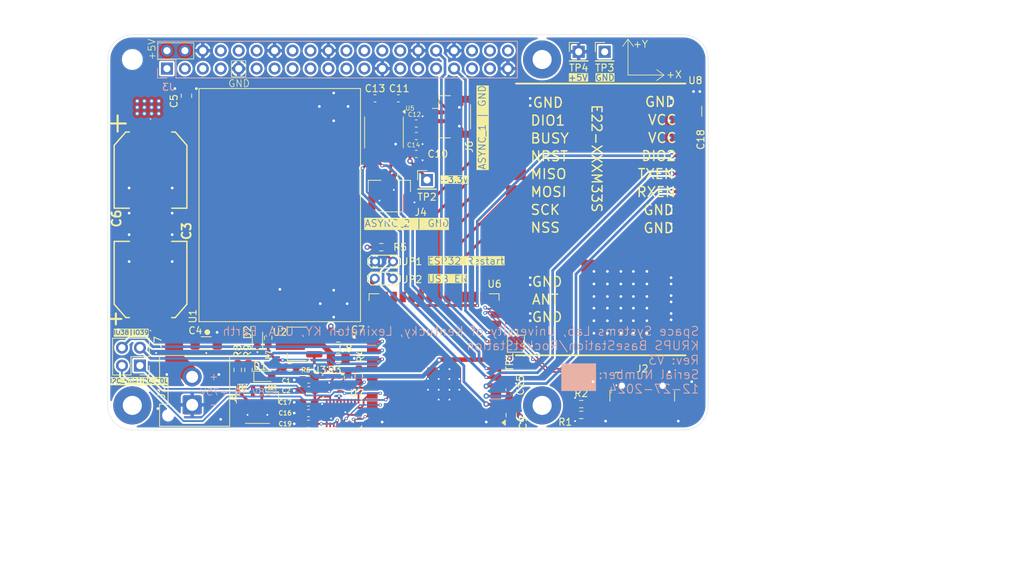
<source format=kicad_pcb>
(kicad_pcb (version 20240108) (generator "pcbnew") (generator_version "8.0")
  (title_block (date "2024-12-27") (rev "V3"))
  (layers (0 "F.Cu" signal) (1 "In1.Cu" signal) (2 "In2.Cu" signal) (31 "B.Cu" signal) (34 "B.Paste" user) (35 "F.Paste" user) (36 "B.SilkS" user "B.Silkscreen") (37 "F.SilkS" user "F.Silkscreen") (38 "B.Mask" user) (39 "F.Mask" user) (44 "Edge.Cuts" user))
  (net 0 "")
  (net 1 "+3V3")
  (net 2 "GND")
  (net 3 "Net-(J1-Pin_2)")
  (net 4 "+5V")
  (net 5 "Net-(U5-C1-)")
  (net 6 "Net-(U5-C1+)")
  (net 7 "Net-(U5-V+)")
  (net 8 "Net-(U5-C2+)")
  (net 9 "Net-(U5-C2-)")
  (net 10 "Net-(U5-V-)")
  (net 11 "/ESP32_EN")
  (net 12 "Net-(U7-CAP)")
  (net 14 "/USB_D-")
  (net 15 "/USB_D+")
  (net 16 "Net-(J2-CC2)")
  (net 21 "Net-(J2-CC1)")
  (net 33 "/RPI_UART4_TX")
  (net 37 "/RPI_UART4_RX")
  (net 51 "/ASYNC_1")
  (net 52 "/ASYNC_2")
  (net 53 "/USB_EN")
  (net 55 "/I2C_SDA")
  (net 56 "/I2C_SCL")
  (net 57 "Net-(D1-A)")
  (net 58 "Net-(D2-A)")
  (net 60 "Net-(J5-Pin_1)")
  (net 61 "/SPI_CLK")
  (net 62 "/SPI_MISO")
  (net 63 "/IO38")
  (net 69 "/IO40")
  (net 75 "/LORA_DIO1")
  (net 77 "/LORA_TXEN")
  (net 78 "/LORA_BUSY")
  (net 79 "/SPI_MOSI")
  (net 80 "/SPI_NSS")
  (net 81 "/LORA_DIO2")
  (net 82 "/BNO086_HINTN")
  (net 84 "/~{LORA_RESET}")
  (net 85 "/IO39")
  (net 87 "/~{BNO086_RESET}")
  (net 88 "/LORA_RXEN")
  (net 103 "/TE_SENSE")
  (net 104 "/ASYNC_UART_TX2")
  (net 105 "/ASYNC_UART_TX1")
  (footprint "Capacitor_SMD:C_0805_2012Metric_Pad1.18x1.45mm_HandSolder" (layer "F.Cu") (at 91.839 64.892)
    (property "Reference" "C7")
    (property "Value" "10u")
  )
  (footprint "Connector_PinHeader_2.54mm:PinHeader_1x01_P2.54mm_Vertical" (layer "F.Cu") (at 125.875 24.506)
    (property "Reference" "TP4")
    (property "Value" "TestPoint")
  )
  (footprint "Capacitor_SMD:C_0603_1608Metric_Pad1.08x0.95mm_HandSolder" (layer "F.Cu") (at 87.63 75.692 180)
    (property "Reference" "C16")
    (property "Value" "0.1u")
  )
  (footprint "KRUPS-RocketStation:E22-XXXM33S" (layer "F.Cu") (at 128.27 47.86 -90)
    (property "Reference" "U8")
    (property "Value" "E22-900M33S")
  )
  (footprint "Capacitor_SMD:C_0805_2012Metric_Pad1.18x1.45mm_HandSolder" (layer "F.Cu") (at 116.332 75.9675 -90)
    (property "Reference" "C9")
    (property "Value" "22u")
  )
  (footprint "Connector_JST:JST_GH_BM02B-GHS-TBT_1x02-1MP_P1.25mm_Vertical" (layer "F.Cu") (at 99.078 44.572 180)
    (property "Reference" "J4")
    (property "Value" "BM02B-GHS-TBT")
  )
  (footprint "Resistor_SMD:R_0603_1608Metric_Pad0.98x0.95mm_HandSolder" (layer "F.Cu") (at 97.935 52.192)
    (property "Reference" "R5")
    (property "Value" "20k")
  )
  (footprint "Resistor_SMD:R_0603_1608Metric_Pad0.98x0.95mm_HandSolder" (layer "F.Cu") (at 77.615 69.5675 -90)
    (property "Reference" "R8")
    (property "Value" "20k")
  )
  (footprint "Diode_SMD:D_0603_1608Metric_Pad1.05x0.95mm_HandSolder" (layer "F.Cu") (at 80.409 65.019 90)
    (property "Reference" "D2")
    (property "Value" "LED")
  )
  (footprint "Capacitor_SMD:C_0603_1608Metric_Pad1.08x0.95mm_HandSolder" (layer "F.Cu") (at 87.63 74.168 180)
    (property "Reference" "C17")
    (property "Value" "0.1u")
  )
  (footprint "Capacitor_SMD:C_0603_1608Metric_Pad1.08x0.95mm_HandSolder" (layer "F.Cu") (at 87.63 77.216 180)
    (property "Reference" "C19")
    (property "Value" "0.1u")
  )
  (footprint "Capacitor_SMD:C_0603_1608Metric_Pad1.08x0.95mm_HandSolder" (layer "F.Cu") (at 100.348 31.11 180)
    (property "Reference" "C11")
    (property "Value" "0.1u")
  )
  (footprint "MountingHole:MountingHole_2.7mm_M2.5" (layer "F.Cu") (at 62.7 25.6)
    (property "Reference" "H1" (hide yes))
    (property "Value" "MountingHole")
  )
  (footprint "MountingHole:MountingHole_2.7mm_M2.5_Pad" (layer "F.Cu") (at 62.7 74.6)
    (property "Reference" "H3" (hide yes))
    (property "Value" "MountingHole")
  )
  (footprint "TestPoint:TestPoint_2Pads_Pitch2.54mm_Drill0.8mm" (layer "F.Cu") (at 99.566 56.637 180)
    (property "Reference" "JP2")
    (property "Value" "Jumper_2_Small_Open")
  )
  (footprint "Connector_PinHeader_2.54mm:PinHeader_1x01_P2.54mm_Vertical" (layer "F.Cu") (at 104.412 42.667)
    (property "Reference" "TP2")
    (property "Value" "TestPoint")
  )
  (footprint "Capacitor_SMD:C_1206_3216Metric_Pad1.33x1.80mm_HandSolder" (layer "F.Cu") (at 73.152 65.786)
    (property "Reference" "C4")
    (property "Value" "2.2u")
  )
  (footprint "Capacitor_SMD:C_0603_1608Metric_Pad1.08x0.95mm_HandSolder" (layer "F.Cu") (at 102.888 36.444)
    (property "Reference" "C14")
    (property "Value" "0.1u")
  )
  (footprint "KRUPS-RocketStation:A768MS_Anti_Vibration" (layer "F.Cu") (at 65.278 56.764 90)
    (property "Reference" "C3")
    (property "Value" "100u" (hide yes))
  )
  (footprint "Capacitor_SMD:C_0603_1608Metric_Pad1.08x0.95mm_HandSolder" (layer "F.Cu") (at 87.673 70.935 180)
    (property "Reference" "C1")
    (property "Value" "0.1u")
  )
  (footprint "Resistor_SMD:R_0603_1608Metric_Pad0.98x0.95mm_HandSolder" (layer "F.Cu") (at 126.238 75.946 180)
    (property "Reference" "R1")
    (property "Value" "5.1k")
  )
  (footprint "TestPoint:TestPoint_Pad_2.0x2.0mm" (layer "F.Cu") (at 116.995 65.86)
    (property "Reference" "TP1")
    (property "Value" "TestPoint")
  )
  (footprint "Resistor_SMD:R_0603_1608Metric_Pad0.98x0.95mm_HandSolder" (layer "F.Cu") (at 84.981 69.21 180)
    (property "Reference" "R6")
    (property "Value" "68")
  )
  (footprint "Connector_JST:JST_GH_BM02B-GHS-TBT_1x02-1MP_P1.25mm_Vertical" (layer "F.Cu") (at 80.409 74.544 180)
    (property "Reference" "J5")
    (property "Value" "BM02B-GHS-TBT")
  )
  (footprint "Connector_PinHeader_2.54mm:PinHeader_1x01_P2.54mm_Vertical" (layer "F.Cu") (at 129.558 24.506)
    (property "Reference" "TP3")
    (property "Value" "TestPoint")
  )
  (footprint "Resistor_SMD:R_0603_1608Metric_Pad0.98x0.95mm_HandSolder" (layer "F.Cu") (at 81.933 65.019 90)
    (property "Reference" "R7")
    (property "Value" "68")
  )
  (footprint "RF_Module:ESP32-S3-WROOM-2" (layer "F.Cu") (at 105.41 71.744 180)
    (property "Reference" "U6")
    (property "Value" "ESP32-S3-WROOM-2")
  )
  (footprint "Capacitor_SMD:C_0805_2012Metric_Pad1.18x1.45mm_HandSolder" (layer "F.Cu") (at 70.36525 30.73975 90)
    (property "Reference" "C5")
    (property "Value" "22u")
  )
  (footprint "Package_SO:TSSOP-16_4.4x5mm_P0.65mm" (layer "F.Cu") (at 98.316 35.936 -90)
    (property "Reference" "U5")
    (property "Value" "SP3232")
  )
  (footprint "Capacitor_SMD:C_0603_1608Metric_Pad1.08x0.95mm_HandSolder" (layer "F.Cu") (at 97.046 31.11 180)
    (property "Reference" "C13")
    (property "Value" "0.1u")
  )
  (footprint "Capacitor_SMD:C_0603_1608Metric_Pad1.08x0.95mm_HandSolder" (layer "F.Cu") (at 102.888 38.984)
    (property "Reference" "C10")
    (property "Value" "0.1u")
  )
  (footprint "Capacitor_SMD:C_0603_1608Metric_Pad1.08x0.95mm_HandSolder" (layer "F.Cu") (at 87.673 72.459 180)
    (property "Reference" "C2")
    (property "Value" "0.1u")
  )
  (footprint "TestPoint:TestPoint_2Pads_Pitch2.54mm_Drill0.8mm" (layer "F.Cu") (at 97.066 54.224)
    (property "Reference" "JP1")
    (property "Value" "Jumper_2_Small_Open")
  )
  (footprint "Resistor_SMD:R_0603_1608Metric_Pad0.98x0.95mm_HandSolder" (layer "F.Cu") (at 126.238 74.422 180)
    (property "Reference" "R2")
    (property "Value" "5.1k")
  )
  (footprint "Connector_JST:JST_VH_B2P-VH-FB-B_1x02_P3.96mm_Vertical" (layer "F.Cu") (at 71.169 74.5235 90)
    (property "Reference" "J1")
    (property "Value" "B2P-VH-FB-B")
  )
  (footprint "Connector_USB:USB_C_Receptacle_GCT_USB4110" (layer "F.Cu") (at 134.874 74.422)
    (property "Reference" "J2")
    (property "Value" "USB_C_Receptacle_USB2.0_16P")
  )
  (footprint "Connector_PinHeader_2.54mm:PinHeader_2x02_P2.54mm_Vertical" (layer "F.Cu") (at 63.777 68.961 180)
    (property "Reference" "J7")
    (property "Value" "Conn_02x02")
  )
  (footprint "Resistor_SMD:R_0603_1608Metric_Pad0.98x0.95mm_HandSolder" (layer "F.Cu") (at 94.76 70.353 90)
    (property "Reference" "R4")
    (property "Value" "3.9k")
  )
  (footprint "Connector_JST:JST_GH_BM02B-GHS-TBT_1x02-1MP_P1.25mm_Vertical" (layer "F.Cu") (at 107.965 33.712 -90)
    (property "Reference" "J6")
    (property "Value" "BM02B-GHS-TBT")
  )
  (footprint "Package_LGA:Bosch_LGA-8_2.5x2.5mm_P0.65mm_ClockwisePinNumbering" (layer "F.Cu") (at 90.932 71.628 -90)
    (property "Reference" "U3")
    (property "Value" "BME280")
  )
  (footprint "MountingHole:MountingHole_2.7mm_M2.5_Pad" (layer "F.Cu") (at 120.7 25.6)
    (property "Reference" "H2" (hide yes))
    (property "Value" "MountingHole")
  )
  (footprint "Capacitor_SMD:C_0603_1608Metric_Pad1.08x0.95mm_HandSolder" (layer "F.Cu") (at 116.078 72.39 90)
    (property "Reference" "C15")
    (property "Value" "0.1u")
  )
  (footprint "KRUPS-RocketStation:A768MS_Anti_Vibration" (layer "F.Cu") (at 65.278 41.27 -90)
    (property "Reference" "C6")
    (property "Value" "470u" (hide yes))
  )
  (footprint "Capacitor_SMD:C_0805_2012Metric_Pad1.18x1.45mm_HandSolder" (layer "F.Cu") (at 91.839 67.94)
    (property "Reference" "C8")
    (property "Value" "22u")
  )
  (footprint "KRUPS-RocketStation:CONV_PKU5511ESI" (layer "F.Cu") (at 83.566 46.228 90)
    (property "Reference" "U1")
    (property "Value" "PKU5511ESI")
  )
  (footprint "Package_TO_SOT_SMD:SOT-89-3_Handsoldering" (layer "F.Cu") (at 85.997 65.8705 180)
    (property "Reference" "U2")
    (property "Value" "AZ1117-3.3")
  )
  (footprint "Diode_SMD:D_0603_1608Metric_Pad1.05x0.95mm_HandSolder" (layer "F.Cu") (at 81.552 70.48)
    (property "Reference" "D1")
    (property "Value" "LED")
  )
  (footprint "Resistor_SMD:R_0603_1608Metric_Pad0.98x0.95mm_HandSolder" (layer "F.Cu") (at 79.139 69.5675 90)
    (property "Reference" "R9")
    (property "Value" "2k")
  )
  (footprint "Package_LGA:LGA-28_5.2x3.8mm_P0.5mm" (layer "F.Cu") (at 92.456 75.692)
    (property "Reference" "U7")
    (property "Value" "BNO086")
  )
  (footprint "Resistor_SMD:R_0603_1608Metric_Pad0.98x0.95mm_HandSolder" (layer "F.Cu") (at 93.236 70.734 90)
    (property "Reference" "R3")
    (property "Value" "3.9k")
  )
  (footprint "Capacitor_SMD:C_0603_1608Metric_Pad1.08x0.95mm_HandSolder" (layer "F.Cu") (at 102.888 34.666)
    (property "Reference" "C12")
    (property "Value" "0.1u")
  )
  (footprint "Capacitor_SMD:C_1206_3216Metric_Pad1.33x1.80mm_HandSolder" (layer "F.Cu") (at 142.385 32.9265 90)
    (property "Reference" "C18")
    (property "Value" "100u")
  )
  (footprint "MountingHole:MountingHole_2.7mm_M2.5_Pad" (layer "F.Cu") (at 120.7 74.6)
    (property "Reference" "H4" (hide yes))
    (property "Value" "MountingHole")
  )
  (footprint "Connector_PinSocket_2.54mm:PinSocket_2x20_P2.54mm_Vertical" (layer "B.Cu") (at 91.7 25.6 -90)
    (property "Reference" "J3")
    (property "Value" "RPi5_Header")
  )
  (gr_rect (start 123.462 68.702) (end 128.288 72.512) (stroke (width 0.1)) (fill solid) (layer "B.SilkS"))
  (gr_rect (start 66.312 23.236) (end 71.392 25.522) (stroke (width 0.1)) (fill none) (layer "F.SilkS"))
  (gr_line (start 132.86 27.808) (end 137.94 27.808) (stroke (width 0.1)) (layer "F.SilkS"))
  (gr_line (start 132.86 27.808) (end 132.86 22.728) (stroke (width 0.1)) (layer "F.SilkS"))
  (gr_rect (start 76.726 25.776) (end 78.758 28.062) (stroke (width 0.1)) (fill none) (layer "F.SilkS"))
  (gr_line (start 132.86 22.728) (end 133.622 23.744) (stroke (width 0.1)) (layer "F.SilkS"))
  (gr_line (start 137.94 27.808) (end 136.924 28.57) (stroke (width 0.1)) (layer "F.SilkS"))
  (gr_line (start 132.86 22.728) (end 132.098 23.744) (stroke (width 0.1)) (layer "F.SilkS"))
  (gr_line (start 137.94 27.808) (end 136.924 27.046) (stroke (width 0.1)) (layer "F.SilkS"))
  (gr_line (start 62.7 22.1) (end 140.7 22.1) (stroke (width 0.05)) (layer "Edge.Cuts"))
  (gr_arc (start 140.7 22.1) (mid 143.174874 23.125126) (end 144.2 25.6) (stroke (width 0.05)) (layer "Edge.Cuts"))
  (gr_line (start 144.2 25.6) (end 144.2 74.6) (stroke (width 0.05)) (layer "Edge.Cuts"))
  (gr_line (start 62.7 78.1) (end 140.7 78.1) (stroke (width 0.05)) (layer "Edge.Cuts"))
  (gr_arc (start 62.7 78.1) (mid 60.225126 77.074874) (end 59.2 74.6) (stroke (width 0.05)) (layer "Edge.Cuts"))
  (gr_line (start 59.2 25.6) (end 59.2 74.6) (stroke (width 0.05)) (layer "Edge.Cuts"))
  (gr_arc (start 59.2 25.6) (mid 60.225126 23.125126) (end 62.7 22.1) (stroke (width 0.05)) (layer "Edge.Cuts"))
  (gr_arc (start 144.2 74.6) (mid 143.174874 77.074874) (end 140.7 78.1) (stroke (width 0.05)) (layer "Edge.Cuts"))
  (gr_text "+18V TO +75V" (at 83.711 73.274 0) (layer "B.SilkS") (effects (font (size 1 1) (thickness 0.1)) (justify left bottom mirror)))
  (gr_text "Space Systems Lab, University of Kentucky, Lexington KY, USA, Earth\nKRUPS BaseStation/RocketStation\nRev: V3\nSerial Number:\n12-27-2024" (at 143.02 73.02 0) (layer "B.SilkS") (effects (font (size 1.27 1.27) (thickness 0.127)) (justify left bottom mirror)))
  (gr_text "+" (at 74.948 71.115 0) (layer "B.SilkS") (effects (font (size 1.016 1.016) (thickness 0.127)) (justify left bottom mirror)))
  (gr_text "-" (at 74.948 75.052 0) (layer "B.SilkS") (effects (font (size 1.016 1.016) (thickness 0.127)) (justify left bottom mirror)))
  (gr_text "TE" (at 81.933 72.385 0) (layer "F.SilkS" knockout) (effects (font (size 0.635 0.635) (thickness 0.127)) (justify left bottom)))
  (gr_text "IO38|IO39" (at 59.962 64.638 0) (layer "F.SilkS" knockout) (effects (font (size 0.635 0.635) (thickness 0.127)) (justify left bottom)))
  (gr_text "+Y" (at 133.495 23.998 0) (layer "F.SilkS") (effects (font (size 1 1) (thickness 0.127)) (justify left bottom)))
  (gr_text "ASYNC_1 | GND" (at 112.794 41.27 90) (layer "F.SilkS" knockout) (effects (font (size 1 1) (thickness 0.1016)) (justify left bottom)))
  (gr_text "GND" (at 76.218 29.586 0) (layer "F.SilkS") (effects (font (size 1 1) (thickness 0.1)) (justify left bottom)))
  (gr_text "+5V" (at 124.351 28.697 0) (layer "F.SilkS" knockout) (effects (font (size 0.889 0.889) (thickness 0.127)) (justify left bottom)))
  (gr_text "+3.3V" (at 106.19 43.175 0) (layer "F.SilkS" knockout) (effects (font (size 0.889 0.889) (thickness 0.127)) (justify left bottom)))
  (gr_text "ASYNC_2 | GND" (at 95.522 49.398 0) (layer "F.SilkS" knockout) (effects (font (size 1 1) (thickness 0.1016)) (justify left bottom)))
  (gr_text "I2C_SDA|I2C_SDL" (at 59.454 71.496 0) (layer "F.SilkS" knockout) (effects (font (size 0.635 0.635) (thickness 0.127)) (justify left bottom)))
  (gr_text "+X" (at 138.194 28.316 0) (layer "F.SilkS") (effects (font (size 1 1) (thickness 0.127)) (justify left bottom)))
  (gr_text "NC" (at 77.488 72.385 0) (layer "F.SilkS" knockout) (effects (font (size 0.635 0.635) (thickness 0.127)) (justify left bottom)))
  (gr_text "ESP32 Restart" (at 104.412 54.732 0) (layer "F.SilkS" knockout) (effects (font (size 1 1) (thickness 0.1)) (justify left bottom)))
  (gr_text "+5V" (at 66.058 25.776 90) (layer "F.SilkS") (effects (font (size 1 1) (thickness 0.1)) (justify left bottom)))
  (gr_text "USB EN" (at 104.412 57.272 0) (layer "F.SilkS" knockout) (effects (font (size 1 1) (thickness 0.1)) (justify left bottom)))
  (gr_text "GND" (at 128.161 28.697 0) (layer "F.SilkS" knockout) (effects (font (size 0.889 0.889) (thickness 0.127)) (justify left bottom)))
  (segment (start 88.4925 74.168) (end 88.4925 75.692) (width 0.381) (layer "F.Cu") (net 1))
  (segment (start 97.0225 52.192) (end 95.9355 52.192) (width 0.381) (layer "F.Cu") (net 1))
  (segment (start 89.457 65.8705) (end 88.3595 65.8705) (width 0.762) (layer "F.Cu") (net 1))
  (segment (start 90.0685 75.442) (end 90.0685 75.942) (width 0.254) (layer "F.Cu") (net 1))
  (segment (start 101.999 40) (end 101.999 39.0105) (width 0.381) (layer "F.Cu") (net 1))
  (segment (start 101.84 38.7985) (end 102.0255 38.984) (width 0.381) (layer "F.Cu") (net 1))
  (segment (start 89.0415 71.953) (end 89.907 71.953) (width 0.381) (layer "F.Cu") (net 1))
  (segment (start 92.206 77.3545) (end 92.28375 77.27675) (width 0.1905) (layer "F.Cu") (net 1))
  (segment (start 89.2955 73.365) (end 88.4925 74.168) (width 0.254) (layer "F.Cu") (net 1))
  (segment (start 91.1805 69.8215) (end 90.823 69.464) (width 0.254) (layer "F.Cu") (net 1))
  (segment (start 104.412 42.413) (end 101.999 40) (width 0.381) (layer "F.Cu") (net 1))
  (segment (start 92.28375 76.533914) (end 91.674986 75.92515) (width 0.1905) (layer "F.Cu") (net 1))
  (segment (start 91.674986 75.92515) (end 90.08535 75.92515) (width 0.1905) (layer "F.Cu") (net 1))
  (segment (start 94.379 69.8215) (end 94.76 69.4405) (width 0.254) (layer "F.Cu") (net 1))
  (segment (start 93.236 70.353) (end 93.236 69.8215) (width 0.254) (layer "F.Cu") (net 1))
  (segment (start 93.236 69.8215) (end 91.1805 69.8215) (width 0.254) (layer "F.Cu") (net 1))
  (segment (start 116.355 74.93) (end 117.62 76.195) (width 0.762) (layer "F.Cu") (net 1))
  (segment (start 90.8015 67.94) (end 90.8015 69.4425) (width 0.762) (layer "F.Cu") (net 1))
  (segment (start 91.957 71.303) (end 92.286 71.303) (width 0.254) (layer "F.Cu") (net 1))
  (segment (start 88.5355 70.935) (end 88.5355 72.459) (width 0.381) (layer "F.Cu") (net 1))
  (segment (start 115.528 75.734) (end 114.16 75.734) (width 0.762) (layer "F.Cu") (net 1))
  (segment (start 90.66 73.365) (end 89.2955 73.365) (width 0.254) (layer "F.Cu") (net 1))
  (segment (start 93.236 69.8215) (end 94.379 69.8215) (width 0.254) (layer "F.Cu") (net 1))
  (segment (start 90.0065 69.464) (end 90.823 69.464) (width 0.381) (layer "F.Cu") (net 1))
  (segment (start 88.8175 70.653) (end 89.907 70.653) (width 0.381) (layer "F.Cu") (net 1))
  (segment (start 90.0065 69.464) (end 89.401 70.0695) (width 0.381) (layer "F.Cu") (net 1))
  (segment (start 88.5355 72.459) (end 89.0415 71.953) (width 0.381) (layer "F.Cu") (net 1))
  (segment (start 92.286 71.303) (end 93.236 70.353) (width 0.254) (layer "F.Cu") (net 1))
  (segment (start 90.8015 67.215) (end 89.457 65.8705) (width 0.762) (layer "F.Cu") (net 1))
  (segment (start 92.28375 77.27675) (end 92.28375 76.533914) (width 0.1905) (layer "F.Cu") (net 1))
  (segment (start 85.8935 69.21) (end 86.8105 69.21) (width 0.381) (layer "F.Cu") (net 1))
  (segment (start 116.332 74.93) (end 116.355 74.93) (width 0.762) (layer "F.Cu") (net 1))
  (segment (start 116.096 67.94) (end 116.096 66.759) (width 0.762) (layer "F.Cu") (net 1))
  (segment (start 88.7425 75.442) (end 88.4925 75.692) (width 0.254) (layer "F.Cu") (net 1))
  (segment (start 86.8105 69.21) (end 88.5355 70.935) (width 0.381) (layer "F.Cu") (net 1))
  (segment (start 100.591 38.7985) (end 101.84 38.7985) (width 0.381) (layer "F.Cu") (net 1))
  (segment (start 101.999 39.0105) (end 102.0255 38.984) (width 0.381) (layer "F.Cu") (net 1))
  (segment (start 88.5355 70.935) (end 88.8175 70.653) (width 0.381) (layer "F.Cu") (net 1))
  (segment (start 90.0685 75.442) (end 88.7425 75.442) (width 0.254) (layer "F.Cu") (net 1))
  (segment (start 88.5355 72.459) (end 88.5355 74.125) (width 0.381) (layer "F.Cu") (net 1))
  (segment (start 88.5355 74.125) (end 88.4925 74.168) (width 0.381) (layer "F.Cu") (net 1))
  (segment (start 104.412 42.667) (end 104.412 42.413) (width 0.381) (layer "F.Cu") (net 1))
  (segment (start 116.332 74.93) (end 115.528 75.734) (width 0.762) (layer "F.Cu") (net 1))
  (segment (start 90.706 74.0295) (end 90.706 73.411) (width 0.254) (layer "F.Cu") (net 1))
  (segment (start 116.096 66.759) (end 116.995 65.86) (width 0.762) (layer "F.Cu") (net 1))
  (segment (start 90.706 73.411) (end 90.66 73.365) (width 0.254) (layer "F.Cu") (net 1))
  (segment (start 90.8015 69.4425) (end 90.823 69.464) (width 0.762) (layer "F.Cu") (net 1))
  (segment (start 88.5355 70.935) (end 89.71625 69.75425) (width 0.381) (layer "F.Cu") (net 1))
  (segment (start 90.8015 67.94) (end 90.8015 67.215) (width 0.762) (layer "F.Cu") (net 1))
  (segment (start 90.08535 75.92515) (end 90.0685 75.942) (width 0.1905) (layer "F.Cu") (net 1))
  (segment (start 89.71625 69.75425) (end 90.0065 69.464) (width 0.381) (layer "F.Cu") (net 1))
  (via (at 90.823 69.464) (size 0.762) (drill 0.381) (layers "F.Cu" "B.Cu") (net 1))
  (via (at 116.096 67.94) (size 0.6) (drill 0.3) (layers "F.Cu" "B.Cu") (net 1))
  (via (at 101.999 40) (size 0.762) (drill 0.381) (layers "F.Cu" "B.Cu") (net 1))
  (via (at 95.9355 52.192) (size 0.762) (drill 0.381) (layers "F.Cu" "B.Cu") (net 1))
  (via (at 117.62 76.195) (size 0.762) (drill 0.381) (layers "F.Cu" "B.Cu") (net 1))
  (segment (start 98.062 76.957) (end 96.707 76.957) (width 0.762) (layer "F.Cu") (net 2))
  (segment (start 67.188 43.81) (end 65.278 45.72) (width 0.762) (layer "F.Cu") (net 2))
  (segment (start 74.694 64.257) (end 74.694 65.7655) (width 0.762) (layer "F.Cu") (net 2))
  (segment (start 114.113 76.957) (end 114.16 77.004) (width 0.762) (layer "F.Cu") (net 2))
  (segment (start 96.707 76.957) (end 96.66 77.004) (width 0.762) (layer "F.Cu") (net 2))
  (segment (start 90.823 76.449) (end 90.493 76.449) (width 0.254) (layer "F.Cu") (net 2))
  (segment (start 92.8765 67.94) (end 94.102 67.94) (width 0.762) (layer "F.Cu") (net 2))
  (segment (start 85.616 72.512) (end 86.7575 72.512) (width 0.762) (layer "F.Cu") (net 2))
  (segment (start 74.694 65.7655) (end 74.7145 65.786) (width 0.762) (layer "F.Cu") (net 2))
  (segment (start 80.677 70.48) (end 79.139 70.48) (width 0.381) (layer "F.Cu") (net 2))
  (segment (start 91.285 70.653) (end 91.957 70.653) (width 0.254) (layer "F.Cu") (net 2))
  (segment (start 99.941 37.613) (end 99.967 37.587) (width 0.381) (layer "F.Cu") (net 2))
  (segment (start 67.178 50.414) (end 65.278 52.314) (width 0.762) (layer "F.Cu") (net 2))
  (segment (start 99.713 44.064) (end 99.713 42.632) (width 0.381) (layer "F.Cu") (net 2))
  (segment (start 103.777 37.587) (end 103.777 36.4705) (width 0.381) (layer "F.Cu") (net 2))
  (segment (start 70.38675 29.72375) (end 70.36525 29.70225) (width 0.762) (layer "F.Cu") (net 2))
  (segment (start 86.7625 74.163) (end 86.7675 74.168) (width 0.762) (layer "F.Cu") (net 2))
  (segment (start 116.985 71.496) (end 116.1095 71.496) (width 0.381) (layer "F.Cu") (net 2))
  (segment (start 89.553 74.4265) (end 90.0685 74.942) (width 0.254) (layer "F.Cu") (net 2))
  (segment (start 90.569 71.369) (end 91.285 70.653) (width 0.254) (layer "F.Cu") (net 2))
  (segment (start 141.877 71.242) (end 140.059 71.242) (width 0.762) (layer "F.Cu") (net 2))
  (segment (start 63.368 54.224) (end 65.278 52.314) (width 0.762) (layer "F.Cu") (net 2))
  (segment (start 62.248 47.366) (end 63.632 47.366) (width 0.762) (layer "F.Cu") (net 2))
  (segment (start 68.344 43.81) (end 67.188 43.81) (width 0.762) (layer "F.Cu") (net 2))
  (segment (start 88.447 67.3705) (end 88.447 68.889) (width 0.381) (layer "F.Cu") (net 2))
  (segment (start 86.7575 72.512) (end 86.8105 72.459) (width 0.762) (layer "F.Cu") (net 2))
  (segment (start 90.569 72.639) (end 89.943 72.639) (width 0.254) (layer "F.Cu") (net 2))
  (segment (start 79.012 75.941) (end 77.937 75.941) (width 0.381) (layer "F.Cu") (net 2))
  (segment (start 91.966 73.7895) (end 92.206 74.0295) (width 0.254) (layer "F.Cu") (net 2))
  (segment (start 129.685 75.326) (end 129.764 75.247) (width 0.762) (layer "F.Cu") (net 2))
  (segment (start 85.616 70.988) (end 86.7575 70.988) (width 0.762) (layer "F.Cu") (net 2))
  (segment (start 68.344 47.366) (end 66.924 47.366) (width 0.762) (layer "F.Cu") (net 2))
  (segment (start 94.102 67.94) (end 94.107 67.945) (width 0.762) (layer "F.Cu") (net 2))
  (segment (start 109.365 31.999) (end 108.984 32.38) (width 0.381) (layer "F.Cu") (net 2))
  (segment (start 116.1095 71.496) (end 116.078 71.5275) (width 0.381) (layer "F.Cu") (net 2))
  (segment (start 93.237 75.942) (end 92.855 75.56) (width 0.254) (layer "F.Cu") (net 2))
  (segment (start 89.553 74.417) (end 89.553 74.4265) (width 0.254) (layer "F.Cu") (net 2))
  (segment (start 79.139 71.369) (end 78.885 71.623) (width 0.381) (layer "F.Cu") (net 2))
  (segment (start 63.632 47.366) (end 65.278 45.72) (width 0.762) (layer "F.Cu") (net 2))
  (segment (start 112.794 76.957) (end 114.113 76.957) (width 0.762) (layer "F.Cu") (net 2))
  (segment (start 77.937 75.941) (end 77.934 75.944) (width 0.381) (layer "F.Cu") (net 2))
  (segment (start 90.569 71.369) (end 89.973 71.369) (width 0.254) (layer "F.Cu") (net 2))
  (segment (start 109.365 36.187) (end 109.365 35.428) (width 0.381) (layer "F.Cu") (net 2))
  (segment (start 82.881 75.941) (end 82.884 75.944) (width 0.381) (layer "F.Cu") (net 2))
  (segment (start 63.368 43.81) (end 65.278 45.72) (width 0.762) (layer "F.Cu") (net 2))
  (segment (start 104.34 33.087) (end 103.777 33.65) (width 0.381) (layer "F.Cu") (net 2))
  (segment (start 68.344 54.224) (end 67.188 54.224) (width 0.762) (layer "F.Cu") (net 2))
  (segment (start 62.248 43.81) (end 63.368 43.81) (width 0.762) (layer "F.Cu") (net 2))
  (segment (start 83.584 60.18) (end 83.566 60.198) (width 0.762) (layer "F.Cu") (net 2))
  (segment (start 89.973 71.369) (end 89.907 71.303) (width 0.254) (layer "F.Cu") (net 2))
  (segment (start 103.777 39.0105) (end 103.7505 38.984) (width 0.381) (layer "F.Cu") (net 2))
  (segment (start 83.584 58.161) (end 83.584 60.18) (width 0.762) (layer "F.Cu") (net 2))
  (segment (start 116.411 77.084) (end 116.332 77.005) (width 0.381) (layer "F.Cu") (net 2))
  (segment (start 91.966 73.7695) (end 91.706 74.0295) (width 0.254) (layer "F.Cu") (net 2))
  (segment (start 103.777 34.6395) (end 103.7505 34.666) (width 0.381) (layer "F.Cu") (net 2))
  (segment (start 139.972 75.259) (end 139.984 75.247) (width 0.762) (layer "F.Cu") (net 2))
  (segment (start 106.015 33.087) (end 104.34 33.087) (width 0.381) (layer "F.Cu") (net 2))
  (segment (start 86.7625 77.211) (end 86.7675 77.216) (width 0.762) (layer "F.Cu") (net 2))
  (segment (start 101.553 45.972) (end 102.504 45.972) (width 0.381) (layer "F.Cu") (net 2))
  (segment (start 90.493 76.449) (end 90.206 76.736) (width 0.254) (layer "F.Cu") (net 2))
  (segment (start 88.447 68.889) (end 88.519 68.961) (width 0.381) (layer "F.Cu") (net 2))
  (segment (start 129.689 71.242) (end 129.764 71.317) (width 0.762) (layer "F.Cu") (net 2))
  (segment (start 138.0915 70.4555) (end 138.0915 70.742) (width 0.635) (layer "F.Cu") (net 2))
  (segment (start 90.206 76.736) (end 90.206 77.3545) (width 0.254) (layer "F.Cu") (net 2))
  (segment (start 90.0755 76.449) (end 90.0685 76.442) (width 0.254) (layer "F.Cu") (net 2))
  (segment (start 125.367 76.83) (end 125.367 75.9875) (width 0.381) (layer "F.Cu") (net 2))
  (segment (start 85.616 75.687) (end 86.7625 75.687) (width 0.762) (layer "F.Cu") (net 2))
  (segment (start 117.62 77.084) (end 116.411 77.084) (width 0.381) (layer "F.Cu") (net 2))
  (segment (start 131.209 71.75) (end 131.209 71.207) (width 0.381) (layer "F.Cu") (net 2))
  (segment (start 103.777 39.873) (end 103.777 39.0105) (width 0.381) (layer "F.Cu") (net 2))
  (segment (start 129.685 76.83) (end 129.685 75.326) (width 0.762) (layer "F.Cu") (net 2))
  (segment (start 92.8765 64.892) (end 94.102 64.892) (width 0.762) (layer "F.Cu") (net 2))
  (segment (start 97.681 45.588) (end 96.987 45.588) (width 0.381) (layer "F.Cu") (net 2))
  (segment (start 68.344 50.414) (end 67.178 50.414) (width 0.762) (layer "F.Cu") (net 2))
  (segment (start 109.365 31.237) (end 109.365 31.999) (width 0.381) (layer "F.Cu") (net 2))
  (segment (start 89.943 72.639) (end 89.907 72.603) (width 0.254) (layer "F.Cu") (net 2))
  (segment (start 85.616 74.163) (end 86.7625 74.163) (width 0.762) (layer "F.Cu") (net 2))
  (segment (start 99.713 42.632) (end 99.703 42.622) (width 0.381) (layer "F.Cu") (net 2))
  (segment (start 125.367 75.9875) (end 125.3255 75.946) (width 0.381) (layer "F.Cu") (net 2))
  (segment (start 71.76725 29.72375) (end 70.38675 29.72375) (width 0.762) (layer "F.Cu") (net 2))
  (segment (start 96.987 45.588) (end 96.603 45.972) (width 0.381) (layer "F.Cu") (net 2))
  (segment (start 62.248 50.414) (end 63.378 50.414) (width 0.762) (layer "F.Cu") (net 2))
  (segment (start 63.378 50.414) (end 65.278 52.314) (width 0.762) (layer "F.Cu") (net 2))
  (segment (start 86.7625 75.687) (end 86.7675 75.692) (width 0.762) (layer "F.Cu") (net 2))
  (segment (start 125.367 74.3805) (end 125.3255 74.422) (width 0.381) (layer "F.Cu") (net 2))
  (segment (start 67.188 54.224) (end 65.278 52.314) (width 0.762) (layer "F.Cu") (net 2))
  (segment (start 62.248 54.224) (end 63.368 54.224) (width 0.762) (layer "F.Cu") (net 2))
  (segment (start 99.941 38.7985) (end 99.941 37.613) (width 0.381) (layer "F.Cu") (net 2))
  (segment (start 131.209 71.207) (end 131.674 70.742) (width 0.381) (layer "F.Cu") (net 2))
  (segment (start 91.966 73.274) (end 91.966 73.7895) (width 0.254) (layer "F.Cu") (net 2))
  (segment (start 94.8435 75.942) (end 93.237 75.942) (width 0.254) (layer "F.Cu") (net 2))
  (segment (start 80.409 65.894) (end 80.409 67.051) (width 0.381) (layer "F.Cu") (net 2))
  (segment (start 91.966 73.274) (end 91.966 73.7695) (width 0.254) (layer "F.Cu") (net 2))
  (segment (start 103.777 36.4705) (end 103.7505 36.444) (width 0.381) (layer "F.Cu") (net 2))
  (segment (start 68.71925 29.72375) (end 70.34375 29.72375) (width 0.762) (layer "F.Cu") (net 2))
  (segment (start 102.504 45.972) (end 102.634 45.842) (width 0.381) (layer "F.Cu") (net 2))
  (segment (start 81.806 75.941) (end 82.881 75.941) (width 0.381) (layer "F.Cu") (net 2))
  (segment (start 90.823 76.449) (end 90.0755 76.449) (width 0.254) (layer "F.Cu") (net 2))
  (segment (start 70.34375 29.72375) (end 70.36525 29.70225) (width 0.762) (layer "F.Cu") (net 2))
  (segment (start 66.924 47.366) (end 65.278 45.72) (width 0.762) (layer "F.Cu") (net 2))
  (segment (start 94.102 64.892) (end 94.107 64.897) (width 0.762) (layer "F.Cu") (net 2))
  (segment (start 125.367 73.528) (end 125.367 74.3805) (width 0.381) (layer "F.Cu") (net 2))
  (segment (start 109.365 35.428) (end 108.984 35.047) (width 0.381) (layer "F.Cu") (net 2))
  (segment (start 79.139 70.48) (end 79.139 71.369) (width 0.381) (layer "F.Cu") (net 2))
  (segment (start 127.907 71.242) (end 129.689 71.242) (width 0.762) (layer "F.Cu") (net 2))
  (segment (start 85.616 77.211) (end 86.7625 77.211) (width 0.762) (layer "F.Cu") (net 2))
  (segment (start 140.059 71.242) (end 139.984 71.317) (width 0.762) (layer "F.Cu") (net 2))
  (segment (start 139.972 76.83) (end 139.972 75.259) (width 0.762) (layer "F.Cu") (net 2))
  (segment (start 86.7575 70.988) (end 86.8105 70.935) (width 0.762) (layer "F.Cu") (net 2))
  (segment (start 103.777 33.65) (end 103.777 34.6395) (width 0.381) (layer "F.Cu") (net 2))
  (segment (start 138.702 69.845) (end 138.0915 70.4555) (width 0.635) (layer "F.Cu") (net 2))
  (via (at 133.622 64.384) (size 0.762) (drill 0.381) (layers "F.Cu" "B.Cu") (net 2))
  (via (at 138.956 47.366) (size 0.762) (drill 0.381) (layers "F.Cu" "B.Cu") (net 2))
  (via (at 107.587 72.385) (size 0.508) (drill 0.254) (layers "F.Cu" "B.Cu") (net 2))
  (via (at 118.128 67.559) (size 0.508) (drill 0.254) (layers "F.Cu" "B.Cu") (net 2))
  (via (at 129.939 59.177) (size 0.762) (drill 0.381) (layers "F.Cu" "B.Cu") (net 2))
  (via (at 138.956 59.05) (size 0.762) (drill 0.381) (layers "F.Cu" "B.Cu") (net 2))
  (via (at 119.017 61.59) (size 0.762) (drill 0.381) (layers "F.Cu" "B.Cu") (net 2))
  (via (at 99.967 37.587) (size 0.762) (drill 0.381) (layers "F.Cu" "B.Cu") (net 2))
  (via (at 85.616 77.211) (size 0.762) (drill 0.381) (layers "F.Cu" "B.Cu") (net 2))
  (via (at 129.939 55.621) (size 0.762) (drill 0.381) (layers "F.Cu" "B.Cu") (net 2))
  (via (at 106.063 72.385) (size 0.508) (drill 0.254) (layers "F.Cu" "B.Cu") (net 2))
  (via (at 106.063 70.861) (size 0.508) (drill 0.254) (layers "F.Cu" "B.Cu") (net 2))
  (via (at 129.685 76.83) (size 0.762) (drill 0.381) (layers "F.Cu" "B.Cu") (net 2))
  (via (at 85.616 75.687) (size 0.762) (drill 0.381) (layers "F.Cu" "B.Cu") (net 2))
  (via (at 102.634 45.842) (size 0.508) (drill 0.254) (layers "F.Cu" "B.Cu") (net 2))
  (via (at 107.587 69.464) (size 0.508) (drill 0.254) (layers "F.Cu" "B.Cu") (net 2))
  (via (at 106.063 69.464) (size 0.508) (drill 0.254) (layers "F.Cu" "B.Cu") (net 2))
  (via (at 90.823 76.449) (size 0.4572) (drill 0.254) (layers "F.Cu" "B.Cu") (net 2))
  (via (at 138.956 56.51) (size 0.762) (drill 0.381) (layers "F.Cu" "B.Cu") (net 2))
  (via (at 68.344 50.414) (size 0.762) (drill 0.381) (layers "F.Cu" "B.Cu") (net 2))
  (via (at 139.972 76.83) (size 0.762) (drill 0.381) (layers "F.Cu" "B.Cu") (net 2))
  (via (at 138.956 59.939) (size 0.762) (drill 0.381) (layers "F.Cu" "B.Cu") (net 2))
  (via (at 138.956 48.89) (size 0.762) (drill 0.381) (layers "F.Cu" "B.Cu") (net 2))
  (via (at 85.616 74.163) (size 0.762) (drill 0.381) (layers "F.Cu" "B.Cu") (net 2))
  (via (at 138.702 69.845) (size 0.762) (drill 0.381) (layers "F.Cu" "B.Cu") (net 2))
  (via (at 128.034 57.399) (size 0.762) (drill 0.381) (layers "F.Cu" "B.Cu") (net 2))
  (via (at 89.299 60.193) (size 0.762) (drill 0.381) (layers "F.Cu" "B.Cu") (net 2))
  (via (at 104.539 70.861) (size 0.508) (drill 0.254) (layers "F.Cu" "B.Cu") (net 2))
  (via (at 66.058 67.178) (size 0.508) (drill 0.254) (layers "F.Cu" "B.Cu") (net 2))
  (via (at 119.271 66.162) (size 0.508) (drill 0.254) (layers "F.Cu" "B.Cu") (net 2))
  (via (at 77.488 67.178) (size 0.508) (drill 0.254) (layers "F.Cu" "B.Cu") (net 2))
  (via (at 131.844 55.621) (size 0.762) (drill 0.381) (layers "F.Cu" "B.Cu") (net 2))
  (via (at 62.248 50.414) (size 0.762) (drill 0.381) (layers "F.Cu" "B.Cu") (net 2))
  (via (at 90.569 71.369) (size 0.4572) (drill 0.254) (layers "F.Cu" "B.Cu") (net 2))
  (via (at 78.885 71.623) (size 0.508) (drill 0.254) (layers "F.Cu" "B.Cu") (net 2))
  (via (at 73.17 67.178) (size 0.508) (drill 0.254) (layers "F.Cu" "B.Cu") (net 2))
  (via (at 119.017 62.606) (size 0.762) (drill 0.381) (layers "F.Cu" "B.Cu") (net 2))
  (via (at 133.622 62.606) (size 0.762) (drill 0.381) (layers "F.Cu" "B.Cu") (net 2))
  (via (at 104.539 72.385) (size 0.508) (drill 0.254) (layers "F.Cu" "B.Cu") (net 2))
  (via (at 135.527 59.177) (size 0.762) (drill 0.381) (layers "F.Cu" "B.Cu") (net 2))
  (via (at 119.017 57.526) (size 0.762) (drill 0.381) (layers "F.Cu" "B.Cu") (net 2))
  (via (at 103.777 33.65) (size 0.508) (drill 0.254) (layers "F.Cu" "B.Cu") (net 2))
  (via (at 125.367 73.528) (size 0.508) (drill 0.254) (layers "F.Cu" "B.Cu") (net 2))
  (via (at 133.622 59.177) (size 0.762) (drill 0.381) (layers "F.Cu" "B.Cu") (net 2))
  (via (at 131.844 57.399) (size 0.762) (drill 0.381) (layers "F.Cu" "B.Cu") (net 2))
  (via (at 107.587 70.861) (size 0.508) (drill 0.254) (layers "F.Cu" "B.Cu") (net 2))
  (via (at 116.985 71.496) (size 0.4572) (drill 0.254) (layers "F.Cu" "B.Cu") (net 2))
  (via (at 138.956 57.399) (size 0.762) (drill 0.381) (layers "F.Cu" "B.Cu") (net 2))
  (via (at 128.034 59.177) (size 0.762) (drill 0.381) (layers "F.Cu" "B.Cu") (net 2))
  (via (at 89.172 32.253) (size 0.762) (drill 0.381) (layers "F.Cu" "B.Cu") (net 2))
  (via (at 103.777 39.873) (size 0.508) (drill 0.254) (layers "F.Cu" "B.Cu") (net 2))
  (via (at 81.806 75.941) (size 0.508) (drill 0.254) (layers "F.Cu" "B.Cu") (net 2))
  (via (at 135.527 55.621) (size 0.762) (drill 0.381) (layers "F.Cu" "B.Cu") (net 2))
  (via (at 71.76725 29.72375) (size 0.762) (drill 0.381) (layers "F.Cu" "B.Cu") (net 2))
  (via (at 83.584 58.161) (size 0.762) (drill 0.381) (layers "F.Cu" "B.Cu") (net 2))
  (via (at 108.984 70.861) (size 0.508) (drill 0.254) (layers "F.Cu" "B.Cu") (net 2))
  (via (at 131.209 71.75) (size 0.508) (drill 0.254) (layers "F.Cu" "B.Cu") (net 2))
  (via (at 93.236 32.253) (size 0.762) (drill 0.381) (layers "F.Cu" "B.Cu") (net 2))
  (via (at 143.02 30.1325) (size 0.762) (drill 0.381) (layers "F.Cu" "B.Cu") (net 2))
  (via (at 125.367 76.83) (size 0.508) (drill 0.254) (layers "F.Cu" "B.Cu") (net 2))
  (via (at 74.694 64.257) (size 0.762) (drill 0.381) (layers "F.Cu" "B.Cu") (net 2))
  (via (at 94.107 67.945) (size 0.762) (drill 0.381) (layers "F.Cu" "B.Cu") (net 2))
  (via (at 68.344 54.224) (size 0.762) (drill 0.381) (layers "F.Cu" "B.Cu") (net 2))
  (via (at 68.344 47.366) (size 0.762) (drill 0.381) (layers "F.Cu" "B.Cu") (net 2))
  (via (at 80.409 67.051) (size 0.508) (drill 0.254) (layers "F.Cu" "B.Cu") (net 2))
  (via (at 135.527 62.606) (size 0.762) (drill 0.381) (layers "F.Cu" "B.Cu") (net 2))
  (via (at 68.71925 29.72375) (size 0.762) (drill 0.381) (layers "F.Cu" "B.Cu") (net 2))
  (via (at 107.587 73.782) (size 0.508) (drill 0.254) (layers "F.Cu" "B.Cu") (net 2))
  (via (at 127.907 71.242) (size 0.762) (drill 0.381) (layers "F.Cu" "B.Cu") (net 2))
  (via (at 119.017 56.51) (size 0.762) (drill 0.381) (layers "F.Cu" "B.Cu") (net 2))
  (via (at 91.204 30.348) (size 0.762) (drill 0.381) (layers "F.Cu" "B.Cu") (net 2))
  (via (at 129.939 57.399) (size 0.762) (drill 0.381) (layers "F.Cu" "B.Cu") (net 2))
  (via (at 135.527 57.399) (size 0.762) (drill 0.381) (layers "F.Cu" "B.Cu") (net 2))
  (via (at 89.553 74.417) (size 0.4572) (drill 0.254) (layers "F.Cu" "B.Cu") (net 2))
  (via (at 62.248 47.366) (size 0.762) (drill 0.381) (layers "F.Cu" "B.Cu") (net 2))
  (via (at 91.204 58.288) (size 0.762) (drill 0.381) (layers "F.Cu" "B.Cu") (net 2))
  (via (at 129.939 60.828) (size 0.762) (drill 0.381) (layers "F.Cu" "B.Cu") (net 2))
  (via (at 67.582 70.226) (size 0.762) (drill 0.381) (layers "F.Cu" "B.Cu") (net 2))
  (via (at 93.109 60.193) (size 0.762) (drill 0.381) (layers "F.Cu" "B.Cu") (net 2))
  (via (at 85.616 72.512) (size 0.762) (drill 0.381) (layers "F.Cu" "B.Cu") (net 2))
  (via (at 128.034 64.384) (size 0.762) (drill 0.381) (layers "F.Cu" "B.Cu") (net 2))
  (via (at 142.131 30.1325) (size 0.762) (drill 0.381) (layers "F.Cu" "B.Cu") (net 2))
  (via (at 103.777 37.587) (size 0.508) (drill 0.254) (layers "F.Cu" "B.Cu") (net 2))
  (via (at 119.017 31.11) (size 0.762) (drill 0.381) (layers "F.Cu" "B.Cu") (net 2))
  (via (at 94.107 64.897) (size 0.762) (drill 0.381) (layers "F.Cu" "B.Cu") (net 2))
  (via (at 138.956 32.126) (size 0.762) (drill 0.381) (layers "F.Cu" "B.Cu") (net 2))
  (via (at 128.034 55.621) (size 0.762) (drill 0.381) (layers "F.Cu" "B.Cu") (net 2))
  (via (at 106.063 73.782) (size 0.508) (drill 0.254) (layers "F.Cu" "B.Cu") (net 2))
  (via (at 108.984 35.047) (size 0.762) (drill 0.381) (layers "F.Cu" "B.Cu") (net 2))
  (via (at 129.939 64.384) (size 0.762) (drill 0.381) (layers "F.Cu" "B.Cu") (net 2))
  (via (at 91.204 34.285) (size 0.762) (drill 0.381) (layers "F.Cu" "B.Cu") (net 2))
  (via (at 79.012 75.941) (size 0.508) (drill 0.254) (layers "F.Cu" "B.Cu") (net 2))
  (via (at 133.622 55.621) (size 0.762) (drill 0.381) (layers "F.Cu" "B.Cu") (net 2))
  (via (at 138.956 49.906) (size 0.762) (drill 0.381) (layers "F.Cu" "B.Cu") (net 2))
  (via (at 138.956 31.11) (size 0.762) (drill 0.381) (layers "F.Cu" "B.Cu") (net 2))
  (via (at 116.985 63.876) (size 0.508) (drill 0.254) (layers "F.Cu" "B.Cu") (net 2))
  (via (at 112.794 76.957) (size 0.762) (drill 0.381) (layers "F.Cu" "B.Cu") (net 2))
  (via (at 135.527 60.828) (size 0.762) (drill 0.381) (layers "F.Cu" "B.Cu") (net 2))
  (via (at 128.034 60.828) (size 0.762) (drill 0.381) (layers "F.Cu" "B.Cu") (net 2))
  (via (at 138.956 46.35) (size 0.762) (drill 0.381) (layers "F.Cu" "B.Cu") (net 2))
  (via (at 60.724 63.876) (size 0.762) (drill 0.381) (layers "F.Cu" "B.Cu") (net 2))
  (via (at 98.062 76.957) (size 0.762) (drill 0.381) (layers "F.Cu" "B.Cu") (net 2))
  (via (at 62.248 54.224) (size 0.762) (drill 0.381) (layers "F.Cu" "B.Cu") (net 2))
  (via (at 97.681 45.588) (size 0.508) (drill 0.254) (layers "F.Cu" "B.Cu") (net 2))
  (via (at 108.984 32.38) (size 0.762) (drill 0.381) (layers "F.Cu" "B.Cu") (net 2))
  (via (at 129.939 62.606) (size 0.762) (drill 0.381) (layers "F.Cu" "B.Cu") (net 2))
  (via (at 133.622 57.399) (size 0.762) (drill 0.381) (layers "F.Cu" "B.Cu") (net 2))
  (via (at 131.844 59.177) (size 0.762) (drill 0.381) (layers "F.Cu" "B.Cu") (net 2))
  (via (at 88.519 68.961) (size 0.762) (drill 0.381) (layers "F.Cu" "B.Cu") (net 2))
  (via (at 108.984 72.385) (size 0.508) (drill 0.254) (layers "F.Cu" "B.Cu") (net 2))
  (via (at 141.877 71.242) (size 0.762) (drill 0.381) (layers "F.Cu" "B.Cu") (net 2))
  (via (at 128.034 62.606) (size 0.762) (drill 0.381) (layers "F.Cu" "B.Cu") (net 2))
  (via (at 117.62 77.084) (size 0.508) (drill 0.254) (layers "F.Cu" "B.Cu") (net 2))
  (via (at 85.616 70.988) (size 0.762) (drill 0.381) (layers "F.Cu" "B.Cu") (net 2))
  (via (at 68.344 43.81) (size 0.762) (drill 0.381) (layers "F.Cu" "B.Cu") (net 2))
  (via (at 74.948 70.226) (size 0.762) (drill 0.381) (layers "F.Cu" "B.Cu") (net 2))
  (via (at 131.844 62.606) (size 0.762) (drill 0.381) (layers "F.Cu" "B.Cu") (net 2))
  (via (at 135.527 64.384) (size 0.762) (drill 0.381) (layers "F.Cu" "B.Cu") (net 2))
  (via (at 91.966 73.274) (size 0.4572) (drill 0.254) (layers "F.Cu" "B.Cu") (net 2))
  (via (at 92.855 75.56) (size 0.4572) (drill 0.254) (layers "F.Cu" "B.Cu") (net 2))
  (via (at 66.312 75.052) (size 0.762) (drill 0.381) (layers "F.Cu" "B.Cu") (net 2))
  (via (at 131.844 60.828) (size 0.762) (drill 0.381) (layers "F.Cu" "B.Cu") (net 2))
  (via (at 131.844 64.384) (size 0.762) (drill 0.381) (layers "F.Cu" "B.Cu") (net 2))
  (via (at 75.202 76.576) (size 0.762) (drill 0.381) (layers "F.Cu" "B.Cu") (net 2))
  (via (at 138.956 62.479) (size 0.762) (drill 0.381) (layers "F.Cu" "B.Cu") (net 2))
  (via (at 91.204 62.098) (size 0.762) (drill 0.381) (layers "F.Cu" "B.Cu") (net 2))
  (via (at 133.622 60.828) (size 0.762) (drill 0.381) (layers "F.Cu" "B.Cu") (net 2))
  (via (at 62.248 43.81) (size 0.762) (drill 0.381) (layers "F.Cu" "B.Cu") (net 2))
  (via (at 99.713 44.064) (size 0.508) (drill 0.254) (layers "F.Cu" "B.Cu") (net 2))
  (via (at 119.017 32.126) (size 0.762) (drill 0.381) (layers "F.Cu" "B.Cu") (net 2))
  (via (at 90.569 72.639) (size 0.4572) (drill 0.254) (layers "F.Cu" "B.Cu") (net 2))
  (via (at 60.216 71.496) (size 0.762) (drill 0.381) (layers "F.Cu" "B.Cu") (net 2))
  (via (at 138.956 61.59) (size 0.762) (drill 0.381) (layers "F.Cu" "B.Cu") (net 2))
  (segment (start 68.6185 64.5545) (end 68.6185 68.013) (width 2.54) (layer "F.Cu") (net 3))
  (segment (start 71.5895 64.5545) (end 68.6185 64.5545) (width 2.54) (layer "F.Cu") (net 3))
  (segment (start 65.278 61.214) (end 67.484 63.42) (width 2.54) (layer "F.Cu") (net 3))
  (segment (start 68.6185 64.5545) (end 67.484 63.42) (width 2.54) (layer "F.Cu") (net 3))
  (segment (start 68.6185 68.013) (end 71.169 70.5635) (width 2.54) (layer "F.Cu") (net 3))
  (segment (start 75.946 60.198) (end 71.5895 64.5545) (width 2.54) (layer "F.Cu") (net 3))
  (segment (start 90.8015 64.892) (end 90.8015 63.3765) (width 0.762) (layer "F.Cu") (net 4))
  (segment (start 90.8015 64.892) (end 90.28 64.3705) (width 0.762) (layer "F.Cu") (net 4))
  (segment (start 90.8015 63.3765) (end 90.805 63.373) (width 0.762) (layer "F.Cu") (net 4))
  (segment (start 90.28 64.3705) (end 88.447 64.3705) (width 0.762) (layer "F.Cu") (net 4))
  (via (at 90.805 63.373) (size 0.762) (drill 0.381) (layers "F.Cu" "B.Cu") (net 4))
  (via (at 138.702 34.285) (size 0.762) (drill 0.381) (layers "F.Cu" "B.Cu") (net 4))
  (via (at 63.391 32.38) (size 0.762) (drill 0.381) (layers "F.Cu" "B.Cu") (net 4))
  (via (at 64.407 32.38) (size 0.762) (drill 0.381) (layers "F.Cu" "B.Cu") (net 4))
  (via (at 65.423 33.269) (size 0.762) (drill 0.381) (layers "F.Cu" "B.Cu") (net 4))
  (via (at 65.423 32.38) (size 0.762) (drill 0.381) (layers "F.Cu" "B.Cu") (net 4))
  (via (at 63.391 31.491) (size 0.762) (drill 0.381) (layers "F.Cu" "B.Cu") (net 4))
  (via (at 65.423 31.491) (size 0.762) (drill 0.381) (layers "F.Cu" "B.Cu") (net 4))
  (via (at 64.407 33.269) (size 0.762) (drill 0.381) (layers "F.Cu" "B.Cu") (net 4))
  (via (at 66.439 31.491) (size 0.762) (drill 0.381) (layers "F.Cu" "B.Cu") (net 4))
  (via (at 66.439 32.38) (size 0.762) (drill 0.381) (layers "F.Cu" "B.Cu") (net 4))
  (via (at 64.407 31.491) (size 0.762) (drill 0.381) (layers "F.Cu" "B.Cu") (net 4))
  (via (at 63.391 33.269) (size 0.762) (drill 0.381) (layers "F.Cu" "B.Cu") (net 4))
  (via (at 66.439 33.269) (size 0.762) (drill 0.381) (layers "F.Cu" "B.Cu") (net 4))
  (via (at 138.702 36.698) (size 0.762) (drill 0.381) (layers "F.Cu" "B.Cu") (net 4))
  (segment (start 99.291 33.0735) (end 99.291 31.3045) (width 0.254) (layer "F.Cu") (net 5))
  (segment (start 99.291 31.3045) (end 99.4855 31.11) (width 0.254) (layer "F.Cu") (net 5))
  (segment (start 100.591 31.7295) (end 101.2105 31.11) (width 0.254) (layer "F.Cu") (net 6))
  (segment (start 100.591 33.0735) (end 100.591 31.7295) (width 0.254) (layer "F.Cu") (net 6))
  (segment (start 99.941 33.810999) (end 100.796001 34.666) (width 0.254) (layer "F.Cu") (net 7))
  (segment (start 99.941 33.0735) (end 99.941 33.810999) (width 0.254) (layer "F.Cu") (net 7))
  (segment (start 100.796001 34.666) (end 102.0255 34.666) (width 0.254) (layer "F.Cu") (net 7))
  (segment (start 97.9085 31.11) (end 98.641 31.8425) (width 0.254) (layer "F.Cu") (net 8))
  (segment (start 98.641 31.8425) (end 98.641 33.0735) (width 0.254) (layer "F.Cu") (net 8))
  (segment (start 96.1835 31.11) (end 97.0825 32.009) (width 0.254) (layer "F.Cu") (net 9))
  (segment (start 97.62064 32.009) (end 97.991 32.37936) (width 0.254) (layer "F.Cu") (net 9))
  (segment (start 97.0825 32.009) (end 97.62064 32.009) (width 0.254) (layer "F.Cu") (net 9))
  (segment (start 97.991 32.37936) (end 97.991 33.0735) (width 0.254) (layer "F.Cu") (net 9))
  (segment (start 99.974001 36.444) (end 102.0255 36.444) (width 0.254) (layer "F.Cu") (net 10))
  (segment (start 97.341 33.810999) (end 99.974001 36.444) (width 0.254) (layer "F.Cu") (net 10))
  (segment (start 97.341 33.0735) (end 97.341 33.810999) (width 0.254) (layer "F.Cu") (net 10))
  (segment (start 114.8665 74.464) (end 114.16 74.464) (width 0.381) (layer "F.Cu") (net 11))
  (segment (start 112.841 74.464) (end 112.794 74.417) (width 0.381) (layer "F.Cu") (net 11))
  (segment (start 114.16 74.464) (end 112.841 74.464) (width 0.381) (layer "F.Cu") (net 11))
  (segment (start 116.078 73.2525) (end 114.8665 74.464) (width 0.381) (layer "F.Cu") (net 11))
  (segment (start 98.8475 52.192) (end 98.8475 53.4655) (width 0.381) (layer "F.Cu") (net 11))
  (segment (start 98.8475 53.4655) (end 99.606 54.224) (width 0.381) (layer "F.Cu") (net 11))
  (via (at 112.794 74.417) (size 0.762) (drill 0.381) (layers "F.Cu" "B.Cu") (net 11))
  (segment (start 112.794 74.417) (end 109.6285 71.2515) (width 0.381) (layer "B.Cu") (net 11))
  (segment (start 109.6285 71.2515) (end 109.6285 68.9655) (width 0.381) (layer "B.Cu") (net 11))
  (segment (start 98.189 55.641) (end 99.606 54.224) (width 0.381) (layer "B.Cu") (net 11))
  (segment (start 98.189 57.526) (end 98.189 55.641) (width 0.381) (layer "B.Cu") (net 11))
  (segment (start 109.6285 68.9655) (end 98.189 57.526) (width 0.381) (layer "B.Cu") (net 11))
  (segment (start 91.712 77.3485) (end 91.706 77.3545) (width 0.254) (layer "F.Cu") (net 12))
  (segment (start 89.421 77.216) (end 89.426 77.211) (width 0.254) (layer "F.Cu") (net 12))
  (segment (start 88.4925 77.216) (end 89.421 77.216) (width 0.254) (layer "F.Cu") (net 12))
  (segment (start 91.712 76.703) (end 91.712 77.3485) (width 0.254) (layer "F.Cu") (net 12))
  (via (at 91.712 76.703) (size 0.4572) (drill 0.254) (layers "F.Cu" "B.Cu") (net 12))
  (via (at 89.426 77.211) (size 0.4572) (drill 0.254) (layers "F.Cu" "B.Cu") (net 12))
  (segment (start 91.204 77.211) (end 91.712 76.703) (width 0.254) (layer "B.Cu") (net 12))
  (segment (start 89.426 77.211) (end 91.204 77.211) (width 0.254) (layer "B.Cu") (net 12))
  (segment (start 133.85641 69.867) (end 134.074 70.08459) (width 0.2) (layer "F.Cu") (net 14))
  (segment (start 134.124 71.34941) (end 134.124 70.742) (width 0.2) (layer "F.Cu") (net 14))
  (segment (start 134.85641 71.617) (end 134.39159 71.617) (width 0.2) (layer "F.Cu") (net 14))
  (segment (start 135.124 70.742) (end 135.124 71.34941) (width 0.2) (layer "F.Cu") (net 14))
  (segment (start 119.601795 68.080994) (end 121.387801 69.867) (width 0.2) (layer "F.Cu") (net 14))
  (segment (start 134.39159 71.617) (end 134.124 71.34941) (width 0.2) (layer "F.Cu") (net 14))
  (segment (start 112.792729 61.354001) (end 112.63873 61.508) (width 0.2) (layer "F.Cu") (net 14))
  (segment (start 114.16 61.764) (end 113.750001 61.354001) (width 0.2) (layer "F.Cu") (net 14))
  (segment (start 119.384006 68.080994) (end 119.601795 68.080994) (width 0.2) (layer "F.Cu") (net 14))
  (segment (start 121.387801 69.867) (end 133.85641 69.867) (width 0.2) (layer "F.Cu") (net 14))
  (segment (start 134.074 70.742) (end 134.124 70.742) (width 0.2) (layer "F.Cu") (net 14))
  (segment (start 113.750001 61.354001) (end 112.792729 61.354001) (width 0.2) (layer "F.Cu") (net 14))
  (segment (start 134.074 70.08459) (end 134.074 70.742) (width 0.2) (layer "F.Cu") (net 14))
  (segment (start 135.124 71.34941) (end 134.85641 71.617) (width 0.2) (layer "F.Cu") (net 14))
  (via (at 119.384006 68.080994) (size 0.508) (drill 0.254) (layers "F.Cu" "B.Cu") (net 14))
  (via (at 112.63873 61.508) (size 0.508) (drill 0.254) (layers "F.Cu" "B.Cu") (net 14))
  (segment (start 112.63873 61.508) (end 112.792729 61.354001) (width 0.2) (layer "B.Cu") (net 14))
  (segment (start 112.874802 61.354001) (end 119.384006 67.863205) (width 0.2) (layer "B.Cu") (net 14))
  (segment (start 112.792729 61.354001) (end 112.874802 61.354001) (width 0.2) (layer "B.Cu") (net 14))
  (segment (start 119.384006 67.863205) (end 119.384006 68.080994) (width 0.2) (layer "B.Cu") (net 14))
  (segment (start 134.490889 69.865111) (end 134.574 69.948222) (width 0.2) (layer "F.Cu") (net 15))
  (segment (start 121.574219 69.41702) (end 134.042798 69.41702) (width 0.2) (layer "F.Cu") (net 15))
  (segment (start 119.919994 67.545006) (end 119.919994 67.762795) (width 0.2) (layer "F.Cu") (net 15))
  (segment (start 112.792729 60.903999) (end 112.63873 60.75) (width 0.2) (layer "F.Cu") (net 15))
  (segment (start 114.16 60.494) (end 113.750001 60.903999) (width 0.2) (layer "F.Cu") (net 15))
  (segment (start 135.624 70.742) (end 135.624 70.13459) (width 0.2) (layer "F.Cu") (net 15))
  (segment (start 134.042798 69.41702) (end 134.490889 69.865111) (width 0.2) (layer "F.Cu") (net 15))
  (segment (start 135.354521 69.865111) (end 134.490889 69.865111) (width 0.2) (layer "F.Cu") (net 15))
  (segment (start 113.750001 60.903999) (end 112.792729 60.903999) (width 0.2) (layer "F.Cu") (net 15))
  (segment (start 119.919994 67.762795) (end 121.574219 69.41702) (width 0.2) (layer "F.Cu") (net 15))
  (segment (start 134.574 70.692) (end 134.624 70.742) (width 0.2) (layer "F.Cu") (net 15))
  (segment (start 134.574 69.948222) (end 134.574 70.692) (width 0.2) (layer "F.Cu") (net 15))
  (segment (start 135.624 70.13459) (end 135.354521 69.865111) (width 0.2) (layer "F.Cu") (net 15))
  (via (at 112.63873 60.75) (size 0.508) (drill 0.254) (layers "F.Cu" "B.Cu") (net 15))
  (via (at 119.919994 67.545006) (size 0.508) (drill 0.254) (layers "F.Cu" "B.Cu") (net 15))
  (segment (start 113.061198 60.903999) (end 119.702205 67.545006) (width 0.2) (layer "B.Cu") (net 15))
  (segment (start 112.792729 60.903999) (end 113.061198 60.903999) (width 0.2) (layer "B.Cu") (net 15))
  (segment (start 119.702205 67.545006) (end 119.919994 67.545006) (width 0.2) (layer "B.Cu") (net 15))
  (segment (start 112.63873 60.75) (end 112.792729 60.903999) (width 0.2) (layer "B.Cu") (net 15))
  (segment (start 130.473592 77.538) (end 128.7425 77.538) (width 0.254) (layer "F.Cu") (net 16))
  (segment (start 136.624 71.387592) (end 130.473592 77.538) (width 0.254) (layer "F.Cu") (net 16))
  (segment (start 136.624 70.742) (end 136.624 71.387592) (width 0.254) (layer "F.Cu") (net 16))
  (segment (start 128.7425 77.538) (end 127.1505 75.946) (width 0.254) (layer "F.Cu") (net 16))
  (segment (start 133.624 70.742) (end 133.624 71.387592) (width 0.254) (layer "F.Cu") (net 21))
  (segment (start 133.624 71.387592) (end 131.119329 73.892263) (width 0.254) (layer "F.Cu") (net 21))
  (segment (start 127.680237 73.892263) (end 127.1505 74.422) (width 0.254) (layer "F.Cu") (net 21))
  (segment (start 131.119329 73.892263) (end 127.680237 73.892263) (width 0.254) (layer "F.Cu") (net 21))
  (segment (start 112.968 65.574) (end 112.921 65.527) (width 0.381) (layer "F.Cu") (net 33))
  (segment (start 114.16 65.574) (end 112.968 65.574) (width 0.381) (layer "F.Cu") (net 33))
  (via (at 112.921 65.527) (size 0.508) (drill 0.254) (layers "F.Cu" "B.Cu") (net 33))
  (segment (start 106.952 27.681) (end 106.952 25.602) (width 0.381) (layer "B.Cu") (net 33))
  (segment (start 106.444 28.189) (end 106.952 27.681) (width 0.381) (layer "B.Cu") (net 33))
  (segment (start 112.921 65.527) (end 106.444 59.05) (width 0.381) (layer "B.Cu") (net 33))
  (segment (start 106.952 25.602) (end 105.7 24.35) (width 0.381) (layer "B.Cu") (net 33))
  (segment (start 106.444 59.05) (end 106.444 28.189) (width 0.381) (layer "B.Cu") (net 33))
  (segment (start 112.968 64.304) (end 112.921 64.257) (width 0.381) (layer "F.Cu") (net 37))
  (segment (start 114.16 64.304) (end 112.968 64.304) (width 0.381) (layer "F.Cu") (net 37))
  (via (at 112.921 64.257) (size 0.508) (drill 0.254) (layers "F.Cu" "B.Cu") (net 37))
  (segment (start 112.921 64.257) (end 109.856 61.192) (width 0.381) (layer "B.Cu") (net 37))
  (segment (start 109.856 28.506) (end 108.24 26.89) (width 0.381) (layer "B.Cu") (net 37))
  (segment (start 109.856 61.192) (end 109.856 28.506) (width 0.381) (layer "B.Cu") (net 37))
  (segment (start 95.014 33.523) (end 95.6925 34.2015) (width 0.381) (layer "F.Cu") (net 51))
  (segment (start 106.015 34.337) (end 106.864999 34.337) (width 0.381) (layer "F.Cu") (net 51))
  (segment (start 104.539 29.967) (end 95.776 29.967) (width 0.381) (layer "F.Cu") (net 51))
  (segment (start 95.014 30.729) (end 95.014 33.523) (width 0.381) (layer "F.Cu") (net 51))
  (segment (start 106.864999 34.337) (end 107.2555 33.946499) (width 0.381) (layer "F.Cu") (net 51))
  (segment (start 96.691 33.857444) (end 96.691 33.0735) (width 0.381) (layer "F.Cu") (net 51))
  (segment (start 95.776 29.967) (end 95.014 30.729) (width 0.381) (layer "F.Cu") (net 51))
  (segment (start 95.6925 34.2015) (end 96.346944 34.2015) (width 0.381) (layer "F.Cu") (net 51))
  (segment (start 107.2555 33.946499) (end 107.2555 32.6835) (width 0.381) (layer "F.Cu") (net 51))
  (segment (start 107.2555 32.6835) (end 104.539 29.967) (width 0.381) (layer "F.Cu") (net 51))
  (segment (start 96.346944 34.2015) (end 96.691 33.857444) (width 0.381) (layer "F.Cu") (net 51))
  (segment (start 99.291 38.7985) (end 99.291 41.41546) (width 0.381) (layer "F.Cu") (net 52))
  (segment (start 99.291 41.41546) (end 98.453 42.25346) (width 0.381) (layer "F.Cu") (net 52))
  (segment (start 98.453 42.25346) (end 98.453 42.622) (width 0.381) (layer "F.Cu") (net 52))
  (segment (start 96.66 60.494) (end 96.66 57.003) (width 0.635) (layer "F.Cu") (net 53))
  (segment (start 96.66 57.003) (end 97.026 56.637) (width 0.635) (layer "F.Cu") (net 53))
  (segment (start 92.461 71.953) (end 92.6025 72.0945) (width 0.254) (layer "F.Cu") (net 55))
  (segment (start 94.706 72.874) (end 94.706 74.0295) (width 0.254) (layer "F.Cu") (net 55))
  (segment (start 97.982 71.924) (end 98.824 72.766) (width 0.254) (layer "F.Cu") (net 55))
  (segment (start 98.824 72.766) (end 98.824 73.528) (width 0.254) (layer "F.Cu") (net 55))
  (segment (start 96.66 71.924) (end 95.656 71.924) (width 0.254) (layer "F.Cu") (net 55))
  (segment (start 92.6025 72.0945) (end 95.4855 72.0945) (width 0.254) (layer "F.Cu") (net 55))
  (segment (start 95.656 71.924) (end 95.4855 72.0945) (width 0.254) (layer "F.Cu") (net 55))
  (segment (start 95.4855 72.0945) (end 94.706 72.874) (width 0.254) (layer "F.Cu") (net 55))
  (segment (start 91.957 71.953) (end 92.461 71.953) (width 0.254) (layer "F.Cu") (net 55))
  (segment (start 98.824 73.528) (end 98.57 73.782) (width 0.254) (layer "F.Cu") (net 55))
  (segment (start 96.66 71.924) (end 97.982 71.924) (width 0.254) (layer "F.Cu") (net 55))
  (via (at 98.57 73.782) (size 0.508) (drill 0.254) (layers "F.Cu" "B.Cu") (net 55))
  (segment (start 61.212 70.46) (end 61.212 68.936) (width 0.254) (layer "B.Cu") (net 55))
  (segment (start 86.465064 73.344) (end 76.148 73.344) (width 0.254) (layer "B.Cu") (net 55))
  (segment (start 76.148 73.344) (end 72.662 76.83) (width 0.254) (layer "B.Cu") (net 55))
  (segment (start 72.662 76.83) (end 69.960015 76.83) (width 0.254) (layer "B.Cu") (net 55))
  (segment (start 64.372015 71.242) (end 61.994 71.242) (width 0.254) (layer "B.Cu") (net 55))
  (segment (start 86.950664 73.8296) (end 86.465064 73.344) (width 0.254) (layer "B.Cu") (net 55))
  (segment (start 98.57 73.782) (end 98.5224 73.8296) (width 0.254) (layer "B.Cu") (net 55))
  (segment (start 61.994 71.242) (end 61.212 70.46) (width 0.254) (layer "B.Cu") (net 55))
  (segment (start 69.960015 76.83) (end 64.372015 71.242) (width 0.254) (layer "B.Cu") (net 55))
  (segment (start 98.5224 73.8296) (end 86.950664 73.8296) (width 0.254) (layer "B.Cu") (net 55))
  (segment (start 92.438 72.603) (end 92.728 72.893) (width 0.254) (layer "F.Cu") (net 56))
  (segment (start 95.435 73.835) (end 96.076 73.194) (width 0.254) (layer "F.Cu") (net 56))
  (segment (start 95.054 74.942) (end 95.435 74.561) (width 0.254) (layer "F.Cu") (net 56))
  (segment (start 96.076 73.194) (end 96.66 73.194) (width 0.254) (layer "F.Cu") (net 56))
  (segment (start 95.435 74.561) (end 95.435 73.835) (width 0.254) (layer "F.Cu") (net 56))
  (segment (start 96.961 72.893) (end 96.66 73.194) (width 0.254) (layer "F.Cu") (net 56))
  (segment (start 97.808 72.893) (end 96.961 72.893) (width 0.254) (layer "F.Cu") (net 56))
  (segment (start 94.793339 71.298839) (end 94.76 71.2655) (width 0.254) (layer "F.Cu") (net 56))
  (segment (start 94.8435 74.942) (end 95.054 74.942) (width 0.254) (layer "F.Cu") (net 56))
  (segment (start 95.518825 71.298839) (end 94.793339 71.298839) (width 0.254) (layer "F.Cu") (net 56))
  (segment (start 91.957 72.603) (end 92.438 72.603) (width 0.254) (layer "F.Cu") (net 56))
  (via (at 92.728 72.893) (size 0.4572) (drill 0.254) (layers "F.Cu" "B.Cu") (net 56))
  (via (at 97.808 72.893) (size 0.4572) (drill 0.254) (layers "F.Cu" "B.Cu") (net 56))
  (via (at 95.518825 71.298839) (size 0.4572) (drill 0.254) (layers "F.Cu" "B.Cu") (net 56))
  (segment (start 92.5534 72.7184) (end 91.275338 72.7184) (width 0.254) (layer "B.Cu") (net 56))
  (segment (start 92.728 72.893) (end 92.5534 72.7184) (width 0.254) (layer "B.Cu") (net 56))
  (segment (start 92.728 72.893) (end 93.924664 72.893) (width 0.254) (layer "B.Cu") (net 56))
  (segment (start 93.924664 72.893) (end 95.518825 71.298839) (width 0.254) (layer "B.Cu") (net 56))
  (segment (start 67.074 72.258) (end 63.752 68.936) (width 0.254) (layer "B.Cu") (net 56))
  (segment (start 79.071659 72.258) (end 67.074 72.258) (width 0.254) (layer "B.Cu") (net 56))
  (segment (start 91.275338 72.7184) (end 90.799138 73.1946) (width 0.254) (layer "B.Cu") (net 56))
  (segment (start 90.799138 73.1946) (end 87.299864 73.1946) (width 0.254) (layer "B.Cu") (net 56))
  (segment (start 85.909264 71.804) (end 79.525659 71.804) (width 0.254) (layer "B.Cu") (net 56))
  (segment (start 79.525659 71.804) (end 79.071659 72.258) (width 0.254) (layer "B.Cu") (net 56))
  (segment (start 87.299864 73.1946) (end 85.909264 71.804) (width 0.254) (layer "B.Cu") (net 56))
  (segment (start 92.728 72.893) (end 97.808 72.893) (width 0.254) (layer "B.Cu") (net 56))
  (segment (start 83.697 69.21) (end 82.427 70.48) (width 0.381) (layer "F.Cu") (net 57))
  (segment (start 84.0685 69.21) (end 83.697 69.21) (width 0.381) (layer "F.Cu") (net 57))
  (segment (start 80.4465 64.1065) (end 80.409 64.144) (width 0.381) (layer "F.Cu") (net 58))
  (segment (start 81.933 64.1065) (end 80.4465 64.1065) (width 0.381) (layer "F.Cu") (net 58))
  (segment (start 79.647 74.544) (end 77.615 72.512) (width 0.381) (layer "F.Cu") (net 60))
  (segment (start 77.615 72.512) (end 77.615 70.48) (width 0.381) (layer "F.Cu") (net 60))
  (segment (start 81.034 73.792) (end 80.282 74.544) (width 0.381) (layer "F.Cu") (net 60))
  (segment (start 81.034 72.594) (end 81.034 73.792) (width 0.381) (layer "F.Cu") (net 60))
  (segment (start 80.282 74.544) (end 79.647 74.544) (width 0.381) (layer "F.Cu") (net 60))
  (segment (start 116.454 46.86) (end 109.855 53.459) (width 0.381) (layer "F.Cu") (net 61))
  (segment (start 116.995 46.86) (end 116.454 46.86) (width 0.381) (layer "F.Cu") (net 61))
  (segment (start 109.855 53.459) (end 109.855 59.244) (width 0.381) (layer "F.Cu") (net 61))
  (segment (start 107.315 59.244) (end 107.315 50.559) (width 0.381) (layer "F.Cu") (net 62))
  (segment (start 116.094 41.78) (end 116.995 41.78) (width 0.381) (layer "F.Cu") (net 62))
  (segment (start 107.315 50.559) (end 116.094 41.78) (width 0.381) (layer "F.Cu") (net 62))
  (segment (start 98.015 65.574) (end 98.062 65.527) (width 0.381) (layer "F.Cu") (net 63))
  (segment (start 96.66 65.574) (end 98.015 65.574) (width 0.381) (layer "F.Cu") (net 63))
  (via (at 98.062 65.527) (size 0.508) (drill 0.254) (layers "F.Cu" "B.Cu") (net 63))
  (segment (start 65.613332 66.289) (end 64.479832 65.1555) (width 0.381) (layer "B.Cu") (net 63))
  (segment (start 62.4525 65.1555) (end 61.212 66.396) (width 0.381) (layer "B.Cu") (net 63))
  (segment (start 64.479832 65.1555) (end 62.4525 65.1555) (width 0.381) (layer "B.Cu") (net 63))
  (segment (start 97.3 66.289) (end 65.613332 66.289) (width 0.381) (layer "B.Cu") (net 63))
  (segment (start 98.062 65.527) (end 97.3 66.289) (width 0.381) (layer "B.Cu") (net 63))
  (segment (start 83.076 68.194) (end 81.933 67.051) (width 0.381) (layer "F.Cu") (net 69))
  (segment (start 96.707 68.067) (end 96.66 68.114) (width 0.381) (layer "F.Cu") (net 69))
  (segment (start 83.965 68.194) (end 83.076 68.194) (width 0.381) (layer "F.Cu") (net 69))
  (segment (start 81.933 67.051) (end 81.933 65.9315) (width 0.381) (layer "F.Cu") (net 69))
  (segment (start 98.062 68.067) (end 96.707 68.067) (width 0.381) (layer "F.Cu") (net 69))
  (via (at 83.965 68.194) (size 0.508) (drill 0.254) (layers "F.Cu" "B.Cu") (net 69))
  (via (at 98.062 68.067) (size 0.508) (drill 0.254) (layers "F.Cu" "B.Cu") (net 69))
  (segment (start 84.092 68.194) (end 84.0965 68.1895) (width 0.381) (layer "B.Cu") (net 69))
  (segment (start 84.0965 68.1895) (end 90.639566 68.1895) (width 0.381) (layer "B.Cu") (net 69))
  (segment (start 97.4125 68.7165) (end 91.166566 68.7165) (width 0.381) (layer "B.Cu") (net 69))
  (segment (start 98.062 68.067) (end 97.4125 68.7165) (width 0.381) (layer "B.Cu") (net 69))
  (segment (start 91.166566 68.7165) (end 90.639566 68.1895) (width 0.381) (layer "B.Cu") (net 69))
  (segment (start 83.965 68.194) (end 84.092 68.194) (width 0.381) (layer "B.Cu") (net 69))
  (segment (start 103.505 47.1115) (end 103.505 59.244) (width 0.381) (layer "F.Cu") (net 75))
  (segment (start 116.4565 34.16) (end 103.505 47.1115) (width 0.381) (layer "F.Cu") (net 75))
  (segment (start 116.995 34.16) (end 116.4565 34.16) (width 0.381) (layer "F.Cu") (net 75))
  (segment (start 139.085 41.78) (end 139.083 41.778) (width 0.381) (layer "F.Cu") (net 77))
  (segment (start 140.995 41.78) (end 139.085 41.78) (width 0.381) (layer "F.Cu") (net 77))
  (segment (start 112.794 71.877) (end 114.113 71.877) (width 0.381) (layer "F.Cu") (net 77))
  (segment (start 114.113 71.877) (end 114.16 71.924) (width 0.381) (layer "F.Cu") (net 77))
  (via (at 112.794 71.877) (size 0.762) (drill 0.381) (layers "F.Cu" "B.Cu") (net 77))
  (via (at 139.083 41.778) (size 0.762) (drill 0.381) (layers "F.Cu" "B.Cu") (net 77))
  (segment (start 139.083 41.778) (end 135.908 41.778) (width 0.381) (layer "B.Cu") (net 77))
  (segment (start 135.908 41.778) (end 122.192 55.494) (width 0.381) (layer "B.Cu") (net 77))
  (segment (start 122.192 55.494) (end 122.192 67.813) (width 0.381) (layer "B.Cu") (net 77))
  (segment (start 114.699 69.972) (end 112.794 71.877) (width 0.381) (layer "B.Cu") (net 77))
  (segment (start 120.033 69.972) (end 114.699 69.972) (width 0.381) (layer "B.Cu") (net 77))
  (segment (start 122.192 67.813) (end 120.033 69.972) (width 0.381) (layer "B.Cu") (net 77))
  (segment (start 116.454 36.7) (end 116.995 36.7) (width 0.381) (layer "F.Cu") (net 78))
  (segment (start 104.775 59.244) (end 104.775 48.379) (width 0.381) (layer "F.Cu") (net 78))
  (segment (start 104.775 48.379) (end 116.454 36.7) (width 0.381) (layer "F.Cu") (net 78))
  (segment (start 116.995 44.32) (end 116.454 44.32) (width 0.381) (layer "F.Cu") (net 79))
  (segment (start 116.454 44.32) (end 108.585 52.189) (width 0.381) (layer "F.Cu") (net 79))
  (segment (start 108.585 52.189) (end 108.585 59.244) (width 0.381) (layer "F.Cu") (net 79))
  (segment (start 116.995 49.4) (end 112.395 54) (width 0.381) (layer "F.Cu") (net 80))
  (segment (start 112.395 54) (end 112.395 59.244) (width 0.381) (layer "F.Cu") (net 80))
  (segment (start 102.253 59.226) (end 102.235 59.244) (width 0.381) (layer "F.Cu") (net 81))
  (segment (start 102.235 59.955) (end 102.235 59.244) (width 0.381) (layer "F.Cu") (net 81))
  (segment (start 140.995 39.24) (end 139.085 39.24) (width 0.381) (layer "F.Cu") (net 81))
  (segment (start 111.524 60.448002) (end 102.728002 60.448002) (width 0.381) (layer "F.Cu") (net 81))
  (segment (start 102.728002 60.448002) (end 102.235 59.955) (width 0.381) (layer "F.Cu") (net 81))
  (segment (start 139.085 39.24) (end 139.083 39.238) (width 0.381) (layer "F.Cu") (net 81))
  (via (at 111.524 60.448002) (size 0.508) (drill 0.254) (layers "F.Cu" "B.Cu") (net 81))
  (via (at 139.083 39.238) (size 0.762) (drill 0.381) (layers "F.Cu" "B.Cu") (net 81))
  (segment (start 120.795 39.238) (end 111.524 48.509) (width 0.381) (layer "B.Cu") (net 81))
  (segment (start 111.524 48.509) (end 111.524 60.448002) (width 0.381) (layer "B.Cu") (net 81))
  (segment (start 139.083 39.238) (end 120.795 39.238) (width 0.381) (layer "B.Cu") (net 81))
  (segment (start 96.199 76.195) (end 96.66 75.734) (width 0.1905) (layer "F.Cu") (net 82))
  (segment (start 94.206 76.784) (end 93.998 76.576) (width 0.1905) (layer "F.Cu") (net 82))
  (segment (start 95.649 76.195) (end 96.199 76.195) (width 0.1905) (layer "F.Cu") (net 82))
  (segment (start 94.206 77.3545) (end 94.206 76.784) (width 0.1905) (layer "F.Cu") (net 82))
  (via (at 95.649 76.195) (size 0.4572) (drill 0.254) (layers "F.Cu" "B.Cu") (net 82))
  (via (at 93.998 76.576) (size 0.4572) (drill 0.254) (layers "F.Cu" "B.Cu") (net 82))
  (segment (start 93.998 76.576) (end 95.268 76.576) (width 0.1905) (layer "B.Cu") (net 82))
  (segment (start 95.268 76.576) (end 95.649 76.195) (width 0.1905) (layer "B.Cu") (net 82))
  (segment (start 116.454 39.24) (end 106.045 49.649) (width 0.381) (layer "F.Cu") (net 84))
  (segment (start 116.995 39.24) (end 116.454 39.24) (width 0.381) (layer "F.Cu") (net 84))
  (segment (start 106.045 49.649) (end 106.045 59.244) (width 0.381) (layer "F.Cu") (net 84))
  (segment (start 98.015 66.844) (end 98.062 66.797) (width 0.381) (layer "F.Cu") (net 85))
  (segment (start 96.66 66.844) (end 98.015 66.844) (width 0.381) (layer "F.Cu") (net 85))
  (via (at 98.062 66.797) (size 0.508) (drill 0.254) (layers "F.Cu" "B.Cu") (net 85))
  (segment (start 93.782934 67.178) (end 82.695 67.178) (width 0.381) (layer "B.Cu") (net 85))
  (segment (start 82.695 67.178) (end 81.933 67.94) (width 0.381) (layer "B.Cu") (net 85))
  (segment (start 98.062 66.797) (end 97.6855 67.1735) (width 0.381) (layer "B.Cu") (net 85))
  (segment (start 65.296 67.94) (end 63.752 66.396) (width 0.381) (layer "B.Cu") (net 85))
  (segment (start 81.933 67.94) (end 65.296 67.94) (width 0.381) (layer "B.Cu") (net 85))
  (segment (start 93.787434 67.1735) (end 93.782934 67.178) (width 0.381) (layer "B.Cu") (net 85))
  (segment (start 97.6855 67.1735) (end 93.787434 67.1735) (width 0.381) (layer "B.Cu") (net 85))
  (segment (start 92.706 76.725) (end 92.982 76.449) (width 0.1905) (layer "F.Cu") (net 87))
  (segment (start 96.74 74.544) (end 96.66 74.464) (width 0.1905) (layer "F.Cu") (net 87))
  (segment (start 97.808 74.544) (end 96.74 74.544) (width 0.1905) (layer "F.Cu") (net 87))
  (segment (start 92.706 77.3545) (end 92.706 76.725) (width 0.1905) (layer "F.Cu") (net 87))
  (via (at 97.808 74.544) (size 0.4572) (drill 0.254) (layers "F.Cu" "B.Cu") (net 87))
  (via (at 92.982 76.449) (size 0.4572) (drill 0.254) (layers "F.Cu" "B.Cu") (net 87))
  (segment (start 92.982 76.449) (end 94.887 74.544) (width 0.1905) (layer "B.Cu") (net 87))
  (segment (start 94.887 74.544) (end 97.808 74.544) (width 0.1905) (layer "B.Cu") (net 87))
  (segment (start 139.085 44.32) (end 139.083 44.318) (width 0.381) (layer "F.Cu") (net 88))
  (segment (start 114.08 73.274) (end 114.16 73.194) (width 0.381) (layer "F.Cu") (net 88))
  (segment (start 112.794 73.274) (end 114.08 73.274) (width 0.381) (layer "F.Cu") (net 88))
  (segment (start 140.995 44.32) (end 139.085 44.32) (width 0.381) (layer "F.Cu") (net 88))
  (via (at 112.794 73.274) (size 0.762) (drill 0.381) (layers "F.Cu" "B.Cu") (net 88))
  (via (at 139.083 44.318) (size 0.762) (drill 0.381) (layers "F.Cu" "B.Cu") (net 88))
  (segment (start 137.178 44.318) (end 139.083 44.318) (width 0.381) (layer "B.Cu") (net 88))
  (segment (start 121.2895 71.5095) (end 125.494 67.305) (width 0.381) (layer "B.Cu") (net 88))
  (segment (start 125.494 56.002) (end 137.178 44.318) (width 0.381) (layer "B.Cu") (net 88))
  (segment (start 116.08254 73.274) (end 117.84704 71.5095) (width 0.381) (layer "B.Cu") (net 88))
  (segment (start 112.794 73.274) (end 116.08254 73.274) (width 0.381) (layer "B.Cu") (net 88))
  (segment (start 117.84704 71.5095) (end 121.2895 71.5095) (width 0.381) (layer "B.Cu") (net 88))
  (segment (start 125.494 67.305) (end 125.494 56.002) (width 0.381) (layer "B.Cu") (net 88))
  (segment (start 106.114934 68.194) (end 106.194934 68.114) (width 0.635) (layer "F.Cu") (net 103))
  (segment (start 80.536 68.702) (end 79.186 68.702) (width 0.635) (layer "F.Cu") (net 103))
  (segment (start 79.139 68.655) (end 77.615 68.655) (width 0.635) (layer "F.Cu") (net 103))
  (segment (start 79.186 68.702) (end 79.139 68.655) (width 0.635) (layer "F.Cu") (net 103))
  (segment (start 106.194934 68.114) (end 114.16 68.114) (width 0.635) (layer "F.Cu") (net 103))
  (via (at 106.114934 68.194) (size 0.762) (drill 0.381) (layers "F.Cu" "B.Cu") (net 103))
  (via (at 80.536 68.702) (size 0.508) (drill 0.254) (layers "F.Cu" "B.Cu") (net 103))
  (segment (start 88.143001 69.972) (end 88.651001 70.48) (width 0.635) (layer "B.Cu") (net 103))
  (segment (start 81.806 69.972) (end 88.143001 69.972) (width 0.635) (layer "B.Cu") (net 103))
  (segment (start 103.828934 70.48) (end 106.114934 68.194) (width 0.635) (layer "B.Cu") (net 103))
  (segment (start 88.651001 70.48) (end 103.828934 70.48) (width 0.635) (layer "B.Cu") (net 103))
  (segment (start 80.536 68.702) (end 81.806 69.972) (width 0.635) (layer "B.Cu") (net 103))
  (segment (start 114.16 69.384) (end 112.841 69.384) (width 0.381) (layer "F.Cu") (net 104))
  (segment (start 97.341 39.9235) (end 97.341 38.7985) (width 0.381) (layer "F.Cu") (net 104))
  (segment (start 98.062 40.6445) (end 97.341 39.9235) (width 0.381) (layer "F.Cu") (net 104))
  (segment (start 112.841 69.384) (end 112.794 69.337) (width 0.381) (layer "F.Cu") (net 104))
  (via (at 112.794 69.337) (size 0.508) (drill 0.254) (layers "F.Cu" "B.Cu") (net 104))
  (via (at 98.062 40.6445) (size 0.508) (drill 0.254) (layers "F.Cu" "B.Cu") (net 104))
  (segment (start 102.38 57.653) (end 102.38 49.271) (width 0.381) (layer "B.Cu") (net 104))
  (segment (start 98.8335 40.6445) (end 98.062 40.6445) (width 0.381) (layer "B.Cu") (net 104))
  (segment (start 102.38 49.144) (end 100.729 47.493) (width 0.381) (layer "B.Cu") (net 104))
  (segment (start 107.079 62.352) (end 102.38 57.653) (width 0.381) (layer "B.Cu") (net 104))
  (segment (start 100.729 47.493) (end 100.729 42.54) (width 0.381) (layer "B.Cu") (net 104))
  (segment (start 102.38 49.271) (end 102.38 49.144) (width 0.381) (layer "B.Cu") (net 104))
  (segment (start 111.778 67.051) (end 107.079 62.352) (width 0.381) (layer "B.Cu") (net 104))
  (segment (start 100.729 42.54) (end 98.8335 40.6445) (width 0.381) (layer "B.Cu") (net 104))
  (segment (start 112.794 69.337) (end 111.778 68.321) (width 0.381) (layer "B.Cu") (net 104))
  (segment (start 111.778 68.321) (end 111.778 67.051) (width 0.381) (layer "B.Cu") (net 104))
  (segment (start 114.16 70.654) (end 112.841 70.654) (width 0.381) (layer "F.Cu") (net 105))
  (segment (start 95.291 41.016) (end 96.691 39.616) (width 0.381) (layer "F.Cu") (net 105))
  (segment (start 112.841 70.654) (end 112.794 70.607) (width 0.381) (layer "F.Cu") (net 105))
  (segment (start 96.691 39.616) (end 96.691 38.7985) (width 0.381) (layer "F.Cu") (net 105))
  (via (at 95.291 41.016) (size 0.508) (drill 0.254) (layers "F.Cu" "B.Cu") (net 105))
  (via (at 112.794 70.607) (size 0.508) (drill 0.254) (layers "F.Cu" "B.Cu") (net 105))
  (segment (start 95.291 44.595) (end 95.291 41.016) (width 0.381) (layer "B.Cu") (net 105))
  (segment (start 100.6965 58.5095) (end 100.6965 50.0005) (width 0.381) (layer "B.Cu") (net 105))
  (segment (start 100.6965 50.0005) (end 95.291 44.595) (width 0.381) (layer "B.Cu") (net 105))
  (segment (start 112.794 70.607) (end 100.6965 58.5095) (width 0.381) (layer "B.Cu") (net 105))
  (zone (net 2) (net_name "GND") (layer "F.Cu") (priority 9) (connect_pads thru_hole_only (clearance 0.5)) (min_thickness 0.25) (fill yes (thermal_gap 0.5) (thermal_bridge_width 0.5))
    (polygon (pts (xy 115.334 55.875) (xy 119.398 55.875) (xy 119.398 58.034) (xy 115.334 58.034)))
  )
  (zone (net 2) (net_name "GND") (layer "F.Cu") (priority 4) (connect_pads thru_hole_only (clearance 0.5)) (min_thickness 0.25) (fill yes (thermal_gap 0.5) (thermal_bridge_width 0.5))
    (polygon (pts (xy 88.918 57.907) (xy 93.49 57.907) (xy 93.49 62.479) (xy 88.918 62.479)))
  )
  (zone (net 4) (net_name "+5V") (layer "F.Cu") (priority 1) (connect_pads thru_hole_only (clearance 0.5)) (min_thickness 0.25) (fill yes (thermal_gap 0.5) (thermal_bridge_width 0.5))
    (polygon (pts (xy 77.742 30.729) (xy 77.742 35.047) (xy 68.09 35.047) (xy 68.09 39.492) (xy 62.502 39.492) (xy 62.502 30.729)))
  )
  (zone (net 2) (net_name "GND") (layer "F.Cu") (priority 6) (connect_pads thru_hole_only (clearance 0.5)) (min_thickness 0.25) (fill yes (thermal_gap 0.5) (thermal_bridge_width 0.5))
    (polygon (pts (xy 143.655 29.713) (xy 143.655 32.761) (xy 138.448 32.761) (xy 138.448 29.713)))
  )
  (zone (net 2) (net_name "GND") (layer "F.Cu") (priority 7) (connect_pads thru_hole_only (clearance 0.5)) (min_thickness 0.25) (fill yes (thermal_gap 0.5) (thermal_bridge_width 0.5))
    (polygon (pts (xy 142.639 45.715) (xy 142.639 48.001) (xy 138.575 48.001) (xy 138.575 45.715)))
  )
  (zone (net 2) (net_name "GND") (layer "F.Cu") (priority 8) (connect_pads thru_hole_only (clearance 0.5)) (min_thickness 0.25) (fill yes (thermal_gap 0.5) (thermal_bridge_width 0.5))
    (polygon (pts (xy 142.639 48.255) (xy 142.639 50.541) (xy 138.575 50.541) (xy 138.575 48.255)))
  )
  (zone (net 2) (net_name "GND") (layer "F.Cu") (priority 3) (connect_pads thru_hole_only (clearance 0.5)) (min_thickness 0.25) (fill yes (thermal_gap 0.5) (thermal_bridge_width 0.5))
    (polygon (pts (xy 88.791 29.84) (xy 93.617 29.84) (xy 93.617 34.793) (xy 88.791 34.793)))
  )
  (zone (net 2) (net_name "GND") (layer "F.Cu") (priority 11) (connect_pads thru_hole_only (clearance 0.5)) (min_thickness 0.25) (fill yes (thermal_gap 0.5) (thermal_bridge_width 0.5))
    (polygon (pts (xy 138.575 55.875) (xy 142.766 55.875) (xy 142.766 63.241) (xy 138.575 63.241)))
  )
  (zone (net 2) (net_name "GND") (layer "F.Cu") (priority 10) (connect_pads thru_hole_only (clearance 0.5)) (min_thickness 0.25) (fill yes (thermal_gap 0.5) (thermal_bridge_width 0.5))
    (polygon (pts (xy 119.398 60.955) (xy 119.398 63.114) (xy 115.461 63.114) (xy 115.461 60.955)))
  )
  (zone (net 2) (net_name "GND") (layer "F.Cu") (priority 2) (connect_pads thru_hole_only (clearance 0.5)) (min_thickness 0.25) (fill yes (thermal_gap 0.5) (thermal_bridge_width 0.5))
    (polygon (pts (xy 104.412 69.21) (xy 109.238 69.21) (xy 109.238 74.036) (xy 104.412 74.036)))
  )
  (zone (net 4) (net_name "+5V") (layer "F.Cu") (priority 15) (connect_pads yes (clearance 0.254)) (min_thickness 0.254) (fill yes (thermal_gap 0.5) (thermal_bridge_width 0.5))
    (polygon (pts (xy 143.655 33.015) (xy 138.067 33.015) (xy 138.067 37.841) (xy 143.655 37.841)))
  )
  (zone (net 4) (net_name "+5V") (layer "F.Cu") (priority 14) (connect_pads yes (clearance 0.254)) (min_thickness 0.254) (fill yes (thermal_gap 0.5) (thermal_bridge_width 0.5))
    (polygon (pts (xy 71.392 23.236) (xy 71.392 25.522) (xy 66.439 25.522) (xy 66.439 28.316) (xy 67.074 28.316) (xy 67.074 30.729) (xy 64.28 30.729) (xy 64.28 30.602) (xy 64.28 23.236)))
  )
  (zone (net 2) (net_name "GND") (layer "F.Cu") (priority 12) (connect_pads thru_hole_only (clearance 0.5)) (min_thickness 0.25) (fill yes (thermal_gap 0.5) (thermal_bridge_width 0.5))
    (polygon (pts (xy 126.256 53.97) (xy 137.305 53.97) (xy 137.305 66.035) (xy 126.256 66.035)))
  )
  (zone (net 2) (net_name "GND") (layer "F.Cu") (priority 5) (connect_pads thru_hole_only (clearance 0.5)) (min_thickness 0.25) (fill yes (thermal_gap 0.5) (thermal_bridge_width 0.5))
    (polygon (pts (xy 115.461 30.475) (xy 119.525 30.475) (xy 119.525 32.634) (xy 115.461 32.634)))
  )
  (zone (net 2) (net_name "GND") (layers "In1.Cu" "In2.Cu" "B.Cu") (connect_pads thru_hole_only (clearance 0.254)) (min_thickness 0.254) (fill yes (thermal_gap 0.254) (thermal_bridge_width 0.508))
    (polygon (pts (xy 59.2 78.1) (xy 144.29 78.354) (xy 144.29 21.966) (xy 59.2 21.966)))
  )
)
</source>
